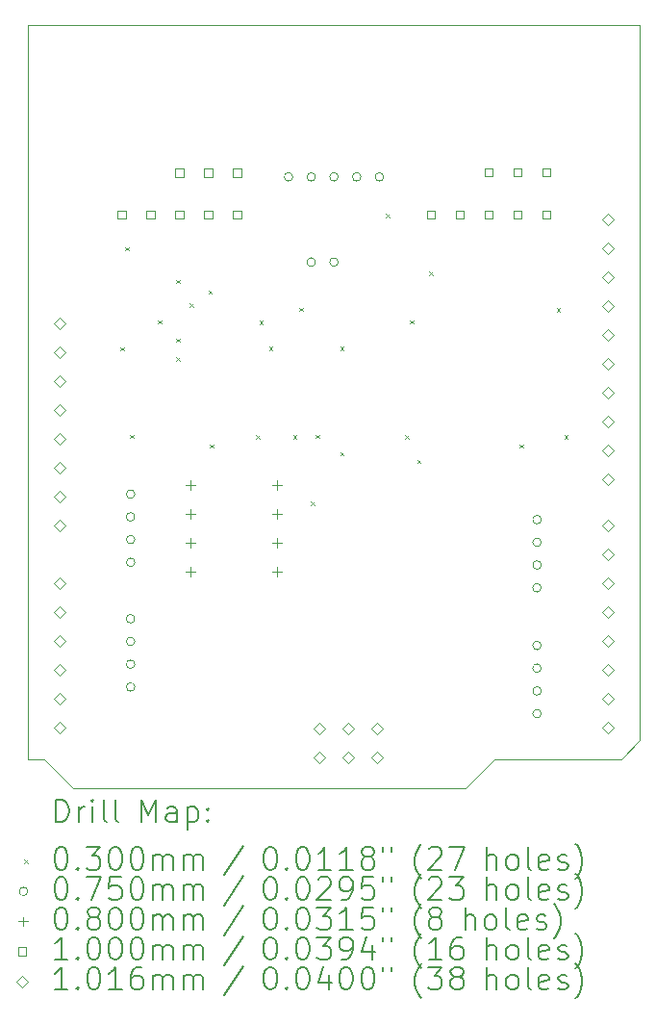
<source format=gbr>
%TF.GenerationSoftware,KiCad,Pcbnew,7.0.0*%
%TF.CreationDate,2023-03-02T16:39:19-08:00*%
%TF.ProjectId,KYBERNETES-CHASSIS-SHIELD,4b594245-524e-4455-9445-532d43484153,rev?*%
%TF.SameCoordinates,Original*%
%TF.FileFunction,Drillmap*%
%TF.FilePolarity,Positive*%
%FSLAX45Y45*%
G04 Gerber Fmt 4.5, Leading zero omitted, Abs format (unit mm)*
G04 Created by KiCad (PCBNEW 7.0.0) date 2023-03-02 16:39:19*
%MOMM*%
%LPD*%
G01*
G04 APERTURE LIST*
%ADD10C,0.100000*%
%ADD11C,0.200000*%
%ADD12C,0.030000*%
%ADD13C,0.075000*%
%ADD14C,0.080000*%
%ADD15C,0.101600*%
G04 APERTURE END LIST*
D10*
X17872500Y-12752500D02*
X17707500Y-12917500D01*
X12867500Y-13157500D02*
X12627500Y-12917500D01*
X17872500Y-7325000D02*
X17872500Y-12752500D01*
X16335000Y-13172500D02*
X12882500Y-13172500D01*
X12487500Y-6461000D02*
X17872500Y-6461000D01*
X17707500Y-12917500D02*
X16590000Y-12917500D01*
X12882500Y-13172500D02*
X12867500Y-13157500D01*
X16590000Y-12917500D02*
X16335000Y-13172500D01*
X12627500Y-12917500D02*
X12487500Y-12917500D01*
X12487500Y-7325000D02*
X12487500Y-6461000D01*
X17872500Y-6461000D02*
X17872500Y-7325000D01*
X12487500Y-7325000D02*
X12487500Y-12917500D01*
D11*
D12*
X13297500Y-9292500D02*
X13327500Y-9322500D01*
X13327500Y-9292500D02*
X13297500Y-9322500D01*
X13340000Y-8412500D02*
X13370000Y-8442500D01*
X13370000Y-8412500D02*
X13340000Y-8442500D01*
X13382500Y-10065000D02*
X13412500Y-10095000D01*
X13412500Y-10065000D02*
X13382500Y-10095000D01*
X13629000Y-9057000D02*
X13659000Y-9087000D01*
X13659000Y-9057000D02*
X13629000Y-9087000D01*
X13787500Y-9217500D02*
X13817500Y-9247500D01*
X13817500Y-9217500D02*
X13787500Y-9247500D01*
X13787500Y-9380000D02*
X13817500Y-9410000D01*
X13817500Y-9380000D02*
X13787500Y-9410000D01*
X13790000Y-8700000D02*
X13820000Y-8730000D01*
X13820000Y-8700000D02*
X13790000Y-8730000D01*
X13910000Y-8910000D02*
X13940000Y-8940000D01*
X13940000Y-8910000D02*
X13910000Y-8940000D01*
X14072500Y-8795000D02*
X14102500Y-8825000D01*
X14102500Y-8795000D02*
X14072500Y-8825000D01*
X14087500Y-10147500D02*
X14117500Y-10177500D01*
X14117500Y-10147500D02*
X14087500Y-10177500D01*
X14490000Y-10067500D02*
X14520000Y-10097500D01*
X14520000Y-10067500D02*
X14490000Y-10097500D01*
X14522500Y-9060000D02*
X14552500Y-9090000D01*
X14552500Y-9060000D02*
X14522500Y-9090000D01*
X14605000Y-9290000D02*
X14635000Y-9320000D01*
X14635000Y-9290000D02*
X14605000Y-9320000D01*
X14817500Y-10067500D02*
X14847500Y-10097500D01*
X14847500Y-10067500D02*
X14817500Y-10097500D01*
X14875000Y-8945000D02*
X14905000Y-8975000D01*
X14905000Y-8945000D02*
X14875000Y-8975000D01*
X14975000Y-10652500D02*
X15005000Y-10682500D01*
X15005000Y-10652500D02*
X14975000Y-10682500D01*
X15017500Y-10065000D02*
X15047500Y-10095000D01*
X15047500Y-10065000D02*
X15017500Y-10095000D01*
X15232500Y-9290000D02*
X15262500Y-9320000D01*
X15262500Y-9290000D02*
X15232500Y-9320000D01*
X15232500Y-10215000D02*
X15262500Y-10245000D01*
X15262500Y-10215000D02*
X15232500Y-10245000D01*
X15637125Y-8122125D02*
X15667125Y-8152125D01*
X15667125Y-8122125D02*
X15637125Y-8152125D01*
X15805000Y-10067500D02*
X15835000Y-10097500D01*
X15835000Y-10067500D02*
X15805000Y-10097500D01*
X15845000Y-9057500D02*
X15875000Y-9087500D01*
X15875000Y-9057500D02*
X15845000Y-9087500D01*
X15910000Y-10282500D02*
X15940000Y-10312500D01*
X15940000Y-10282500D02*
X15910000Y-10312500D01*
X16015000Y-8628000D02*
X16045000Y-8658000D01*
X16045000Y-8628000D02*
X16015000Y-8658000D01*
X16810000Y-10147500D02*
X16840000Y-10177500D01*
X16840000Y-10147500D02*
X16810000Y-10177500D01*
X17137500Y-8950000D02*
X17167500Y-8980000D01*
X17167500Y-8950000D02*
X17137500Y-8980000D01*
X17207500Y-10067500D02*
X17237500Y-10097500D01*
X17237500Y-10067500D02*
X17207500Y-10097500D01*
D13*
X13425000Y-10586000D02*
G75*
G03*
X13425000Y-10586000I-37500J0D01*
G01*
X13425000Y-10786000D02*
G75*
G03*
X13425000Y-10786000I-37500J0D01*
G01*
X13425000Y-10986000D02*
G75*
G03*
X13425000Y-10986000I-37500J0D01*
G01*
X13425000Y-11186000D02*
G75*
G03*
X13425000Y-11186000I-37500J0D01*
G01*
X13425000Y-11682500D02*
G75*
G03*
X13425000Y-11682500I-37500J0D01*
G01*
X13425000Y-11882500D02*
G75*
G03*
X13425000Y-11882500I-37500J0D01*
G01*
X13425000Y-12082500D02*
G75*
G03*
X13425000Y-12082500I-37500J0D01*
G01*
X13425000Y-12282500D02*
G75*
G03*
X13425000Y-12282500I-37500J0D01*
G01*
X14815000Y-7795000D02*
G75*
G03*
X14815000Y-7795000I-37500J0D01*
G01*
X15015000Y-7795000D02*
G75*
G03*
X15015000Y-7795000I-37500J0D01*
G01*
X15015000Y-8545000D02*
G75*
G03*
X15015000Y-8545000I-37500J0D01*
G01*
X15215000Y-7795000D02*
G75*
G03*
X15215000Y-7795000I-37500J0D01*
G01*
X15215000Y-8545000D02*
G75*
G03*
X15215000Y-8545000I-37500J0D01*
G01*
X15415000Y-7795000D02*
G75*
G03*
X15415000Y-7795000I-37500J0D01*
G01*
X15615000Y-7795000D02*
G75*
G03*
X15615000Y-7795000I-37500J0D01*
G01*
X17002500Y-10810000D02*
G75*
G03*
X17002500Y-10810000I-37500J0D01*
G01*
X17002500Y-11010000D02*
G75*
G03*
X17002500Y-11010000I-37500J0D01*
G01*
X17002500Y-11210000D02*
G75*
G03*
X17002500Y-11210000I-37500J0D01*
G01*
X17002500Y-11410000D02*
G75*
G03*
X17002500Y-11410000I-37500J0D01*
G01*
X17002500Y-11917500D02*
G75*
G03*
X17002500Y-11917500I-37500J0D01*
G01*
X17002500Y-12117500D02*
G75*
G03*
X17002500Y-12117500I-37500J0D01*
G01*
X17002500Y-12317500D02*
G75*
G03*
X17002500Y-12317500I-37500J0D01*
G01*
X17002500Y-12517500D02*
G75*
G03*
X17002500Y-12517500I-37500J0D01*
G01*
D14*
X13913000Y-10465500D02*
X13913000Y-10545500D01*
X13873000Y-10505500D02*
X13953000Y-10505500D01*
X13913000Y-10719500D02*
X13913000Y-10799500D01*
X13873000Y-10759500D02*
X13953000Y-10759500D01*
X13913000Y-10973500D02*
X13913000Y-11053500D01*
X13873000Y-11013500D02*
X13953000Y-11013500D01*
X13913000Y-11227500D02*
X13913000Y-11307500D01*
X13873000Y-11267500D02*
X13953000Y-11267500D01*
X14675000Y-10465500D02*
X14675000Y-10545500D01*
X14635000Y-10505500D02*
X14715000Y-10505500D01*
X14675000Y-10719500D02*
X14675000Y-10799500D01*
X14635000Y-10759500D02*
X14715000Y-10759500D01*
X14675000Y-10973500D02*
X14675000Y-11053500D01*
X14635000Y-11013500D02*
X14715000Y-11013500D01*
X14675000Y-11227500D02*
X14675000Y-11307500D01*
X14635000Y-11267500D02*
X14715000Y-11267500D01*
D10*
X13344356Y-8162868D02*
X13344356Y-8092156D01*
X13273644Y-8092156D01*
X13273644Y-8162868D01*
X13344356Y-8162868D01*
X13598356Y-8162868D02*
X13598356Y-8092156D01*
X13527644Y-8092156D01*
X13527644Y-8162868D01*
X13598356Y-8162868D01*
X13852356Y-7792868D02*
X13852356Y-7722156D01*
X13781644Y-7722156D01*
X13781644Y-7792868D01*
X13852356Y-7792868D01*
X13852356Y-8162868D02*
X13852356Y-8092156D01*
X13781644Y-8092156D01*
X13781644Y-8162868D01*
X13852356Y-8162868D01*
X14106356Y-7792868D02*
X14106356Y-7722156D01*
X14035644Y-7722156D01*
X14035644Y-7792868D01*
X14106356Y-7792868D01*
X14106356Y-8162868D02*
X14106356Y-8092156D01*
X14035644Y-8092156D01*
X14035644Y-8162868D01*
X14106356Y-8162868D01*
X14360356Y-7792868D02*
X14360356Y-7722156D01*
X14289644Y-7722156D01*
X14289644Y-7792868D01*
X14360356Y-7792868D01*
X14360356Y-8162868D02*
X14360356Y-8092156D01*
X14289644Y-8092156D01*
X14289644Y-8162868D01*
X14360356Y-8162868D01*
X16066356Y-8160368D02*
X16066356Y-8089656D01*
X15995644Y-8089656D01*
X15995644Y-8160368D01*
X16066356Y-8160368D01*
X16320356Y-8160368D02*
X16320356Y-8089656D01*
X16249644Y-8089656D01*
X16249644Y-8160368D01*
X16320356Y-8160368D01*
X16573856Y-7790368D02*
X16573856Y-7719656D01*
X16503144Y-7719656D01*
X16503144Y-7790368D01*
X16573856Y-7790368D01*
X16574356Y-8160368D02*
X16574356Y-8089656D01*
X16503644Y-8089656D01*
X16503644Y-8160368D01*
X16574356Y-8160368D01*
X16827856Y-7790368D02*
X16827856Y-7719656D01*
X16757144Y-7719656D01*
X16757144Y-7790368D01*
X16827856Y-7790368D01*
X16828356Y-8160368D02*
X16828356Y-8089656D01*
X16757644Y-8089656D01*
X16757644Y-8160368D01*
X16828356Y-8160368D01*
X17081856Y-7790368D02*
X17081856Y-7719656D01*
X17011144Y-7719656D01*
X17011144Y-7790368D01*
X17081856Y-7790368D01*
X17082356Y-8160368D02*
X17082356Y-8089656D01*
X17011644Y-8089656D01*
X17011644Y-8160368D01*
X17082356Y-8160368D01*
D15*
X12767000Y-9132788D02*
X12817800Y-9081988D01*
X12767000Y-9031188D01*
X12716200Y-9081988D01*
X12767000Y-9132788D01*
X12767000Y-9386788D02*
X12817800Y-9335988D01*
X12767000Y-9285188D01*
X12716200Y-9335988D01*
X12767000Y-9386788D01*
X12767000Y-9640788D02*
X12817800Y-9589988D01*
X12767000Y-9539188D01*
X12716200Y-9589988D01*
X12767000Y-9640788D01*
X12767000Y-9894788D02*
X12817800Y-9843988D01*
X12767000Y-9793188D01*
X12716200Y-9843988D01*
X12767000Y-9894788D01*
X12767000Y-10148788D02*
X12817800Y-10097988D01*
X12767000Y-10047188D01*
X12716200Y-10097988D01*
X12767000Y-10148788D01*
X12767000Y-10402788D02*
X12817800Y-10351988D01*
X12767000Y-10301188D01*
X12716200Y-10351988D01*
X12767000Y-10402788D01*
X12767000Y-10656788D02*
X12817800Y-10605988D01*
X12767000Y-10555188D01*
X12716200Y-10605988D01*
X12767000Y-10656788D01*
X12767000Y-10910788D02*
X12817800Y-10859988D01*
X12767000Y-10809188D01*
X12716200Y-10859988D01*
X12767000Y-10910788D01*
X12767000Y-11418788D02*
X12817800Y-11367988D01*
X12767000Y-11317188D01*
X12716200Y-11367988D01*
X12767000Y-11418788D01*
X12767000Y-11672788D02*
X12817800Y-11621988D01*
X12767000Y-11571188D01*
X12716200Y-11621988D01*
X12767000Y-11672788D01*
X12767000Y-11926788D02*
X12817800Y-11875988D01*
X12767000Y-11825188D01*
X12716200Y-11875988D01*
X12767000Y-11926788D01*
X12767000Y-12180788D02*
X12817800Y-12129988D01*
X12767000Y-12079188D01*
X12716200Y-12129988D01*
X12767000Y-12180788D01*
X12767000Y-12434788D02*
X12817800Y-12383988D01*
X12767000Y-12333188D01*
X12716200Y-12383988D01*
X12767000Y-12434788D01*
X12767000Y-12688788D02*
X12817800Y-12637988D01*
X12767000Y-12587188D01*
X12716200Y-12637988D01*
X12767000Y-12688788D01*
X15053000Y-12701488D02*
X15103800Y-12650688D01*
X15053000Y-12599888D01*
X15002200Y-12650688D01*
X15053000Y-12701488D01*
X15053000Y-12955488D02*
X15103800Y-12904688D01*
X15053000Y-12853888D01*
X15002200Y-12904688D01*
X15053000Y-12955488D01*
X15307000Y-12701488D02*
X15357800Y-12650688D01*
X15307000Y-12599888D01*
X15256200Y-12650688D01*
X15307000Y-12701488D01*
X15307000Y-12955488D02*
X15357800Y-12904688D01*
X15307000Y-12853888D01*
X15256200Y-12904688D01*
X15307000Y-12955488D01*
X15561000Y-12701488D02*
X15611800Y-12650688D01*
X15561000Y-12599888D01*
X15510200Y-12650688D01*
X15561000Y-12701488D01*
X15561000Y-12955488D02*
X15611800Y-12904688D01*
X15561000Y-12853888D01*
X15510200Y-12904688D01*
X15561000Y-12955488D01*
X17593000Y-8218388D02*
X17643800Y-8167588D01*
X17593000Y-8116788D01*
X17542200Y-8167588D01*
X17593000Y-8218388D01*
X17593000Y-8472388D02*
X17643800Y-8421588D01*
X17593000Y-8370788D01*
X17542200Y-8421588D01*
X17593000Y-8472388D01*
X17593000Y-8726388D02*
X17643800Y-8675588D01*
X17593000Y-8624788D01*
X17542200Y-8675588D01*
X17593000Y-8726388D01*
X17593000Y-8980388D02*
X17643800Y-8929588D01*
X17593000Y-8878788D01*
X17542200Y-8929588D01*
X17593000Y-8980388D01*
X17593000Y-9234388D02*
X17643800Y-9183588D01*
X17593000Y-9132788D01*
X17542200Y-9183588D01*
X17593000Y-9234388D01*
X17593000Y-9488388D02*
X17643800Y-9437588D01*
X17593000Y-9386788D01*
X17542200Y-9437588D01*
X17593000Y-9488388D01*
X17593000Y-9742388D02*
X17643800Y-9691588D01*
X17593000Y-9640788D01*
X17542200Y-9691588D01*
X17593000Y-9742388D01*
X17593000Y-9996388D02*
X17643800Y-9945588D01*
X17593000Y-9894788D01*
X17542200Y-9945588D01*
X17593000Y-9996388D01*
X17593000Y-10250388D02*
X17643800Y-10199588D01*
X17593000Y-10148788D01*
X17542200Y-10199588D01*
X17593000Y-10250388D01*
X17593000Y-10504388D02*
X17643800Y-10453588D01*
X17593000Y-10402788D01*
X17542200Y-10453588D01*
X17593000Y-10504388D01*
X17593000Y-10910788D02*
X17643800Y-10859988D01*
X17593000Y-10809188D01*
X17542200Y-10859988D01*
X17593000Y-10910788D01*
X17593000Y-11164788D02*
X17643800Y-11113988D01*
X17593000Y-11063188D01*
X17542200Y-11113988D01*
X17593000Y-11164788D01*
X17593000Y-11418788D02*
X17643800Y-11367988D01*
X17593000Y-11317188D01*
X17542200Y-11367988D01*
X17593000Y-11418788D01*
X17593000Y-11672788D02*
X17643800Y-11621988D01*
X17593000Y-11571188D01*
X17542200Y-11621988D01*
X17593000Y-11672788D01*
X17593000Y-11926788D02*
X17643800Y-11875988D01*
X17593000Y-11825188D01*
X17542200Y-11875988D01*
X17593000Y-11926788D01*
X17593000Y-12180788D02*
X17643800Y-12129988D01*
X17593000Y-12079188D01*
X17542200Y-12129988D01*
X17593000Y-12180788D01*
X17593000Y-12434788D02*
X17643800Y-12383988D01*
X17593000Y-12333188D01*
X17542200Y-12383988D01*
X17593000Y-12434788D01*
X17593000Y-12688788D02*
X17643800Y-12637988D01*
X17593000Y-12587188D01*
X17542200Y-12637988D01*
X17593000Y-12688788D01*
D11*
X12730119Y-13470976D02*
X12730119Y-13270976D01*
X12730119Y-13270976D02*
X12777738Y-13270976D01*
X12777738Y-13270976D02*
X12806309Y-13280500D01*
X12806309Y-13280500D02*
X12825357Y-13299548D01*
X12825357Y-13299548D02*
X12834881Y-13318595D01*
X12834881Y-13318595D02*
X12844405Y-13356690D01*
X12844405Y-13356690D02*
X12844405Y-13385262D01*
X12844405Y-13385262D02*
X12834881Y-13423357D01*
X12834881Y-13423357D02*
X12825357Y-13442405D01*
X12825357Y-13442405D02*
X12806309Y-13461452D01*
X12806309Y-13461452D02*
X12777738Y-13470976D01*
X12777738Y-13470976D02*
X12730119Y-13470976D01*
X12930119Y-13470976D02*
X12930119Y-13337643D01*
X12930119Y-13375738D02*
X12939643Y-13356690D01*
X12939643Y-13356690D02*
X12949167Y-13347167D01*
X12949167Y-13347167D02*
X12968214Y-13337643D01*
X12968214Y-13337643D02*
X12987262Y-13337643D01*
X13053928Y-13470976D02*
X13053928Y-13337643D01*
X13053928Y-13270976D02*
X13044405Y-13280500D01*
X13044405Y-13280500D02*
X13053928Y-13290024D01*
X13053928Y-13290024D02*
X13063452Y-13280500D01*
X13063452Y-13280500D02*
X13053928Y-13270976D01*
X13053928Y-13270976D02*
X13053928Y-13290024D01*
X13177738Y-13470976D02*
X13158690Y-13461452D01*
X13158690Y-13461452D02*
X13149167Y-13442405D01*
X13149167Y-13442405D02*
X13149167Y-13270976D01*
X13282500Y-13470976D02*
X13263452Y-13461452D01*
X13263452Y-13461452D02*
X13253928Y-13442405D01*
X13253928Y-13442405D02*
X13253928Y-13270976D01*
X13478690Y-13470976D02*
X13478690Y-13270976D01*
X13478690Y-13270976D02*
X13545357Y-13413833D01*
X13545357Y-13413833D02*
X13612024Y-13270976D01*
X13612024Y-13270976D02*
X13612024Y-13470976D01*
X13792976Y-13470976D02*
X13792976Y-13366214D01*
X13792976Y-13366214D02*
X13783452Y-13347167D01*
X13783452Y-13347167D02*
X13764405Y-13337643D01*
X13764405Y-13337643D02*
X13726309Y-13337643D01*
X13726309Y-13337643D02*
X13707262Y-13347167D01*
X13792976Y-13461452D02*
X13773928Y-13470976D01*
X13773928Y-13470976D02*
X13726309Y-13470976D01*
X13726309Y-13470976D02*
X13707262Y-13461452D01*
X13707262Y-13461452D02*
X13697738Y-13442405D01*
X13697738Y-13442405D02*
X13697738Y-13423357D01*
X13697738Y-13423357D02*
X13707262Y-13404309D01*
X13707262Y-13404309D02*
X13726309Y-13394786D01*
X13726309Y-13394786D02*
X13773928Y-13394786D01*
X13773928Y-13394786D02*
X13792976Y-13385262D01*
X13888214Y-13337643D02*
X13888214Y-13537643D01*
X13888214Y-13347167D02*
X13907262Y-13337643D01*
X13907262Y-13337643D02*
X13945357Y-13337643D01*
X13945357Y-13337643D02*
X13964405Y-13347167D01*
X13964405Y-13347167D02*
X13973928Y-13356690D01*
X13973928Y-13356690D02*
X13983452Y-13375738D01*
X13983452Y-13375738D02*
X13983452Y-13432881D01*
X13983452Y-13432881D02*
X13973928Y-13451928D01*
X13973928Y-13451928D02*
X13964405Y-13461452D01*
X13964405Y-13461452D02*
X13945357Y-13470976D01*
X13945357Y-13470976D02*
X13907262Y-13470976D01*
X13907262Y-13470976D02*
X13888214Y-13461452D01*
X14069167Y-13451928D02*
X14078690Y-13461452D01*
X14078690Y-13461452D02*
X14069167Y-13470976D01*
X14069167Y-13470976D02*
X14059643Y-13461452D01*
X14059643Y-13461452D02*
X14069167Y-13451928D01*
X14069167Y-13451928D02*
X14069167Y-13470976D01*
X14069167Y-13347167D02*
X14078690Y-13356690D01*
X14078690Y-13356690D02*
X14069167Y-13366214D01*
X14069167Y-13366214D02*
X14059643Y-13356690D01*
X14059643Y-13356690D02*
X14069167Y-13347167D01*
X14069167Y-13347167D02*
X14069167Y-13366214D01*
D12*
X12452500Y-13802500D02*
X12482500Y-13832500D01*
X12482500Y-13802500D02*
X12452500Y-13832500D01*
D11*
X12768214Y-13690976D02*
X12787262Y-13690976D01*
X12787262Y-13690976D02*
X12806309Y-13700500D01*
X12806309Y-13700500D02*
X12815833Y-13710024D01*
X12815833Y-13710024D02*
X12825357Y-13729071D01*
X12825357Y-13729071D02*
X12834881Y-13767167D01*
X12834881Y-13767167D02*
X12834881Y-13814786D01*
X12834881Y-13814786D02*
X12825357Y-13852881D01*
X12825357Y-13852881D02*
X12815833Y-13871928D01*
X12815833Y-13871928D02*
X12806309Y-13881452D01*
X12806309Y-13881452D02*
X12787262Y-13890976D01*
X12787262Y-13890976D02*
X12768214Y-13890976D01*
X12768214Y-13890976D02*
X12749167Y-13881452D01*
X12749167Y-13881452D02*
X12739643Y-13871928D01*
X12739643Y-13871928D02*
X12730119Y-13852881D01*
X12730119Y-13852881D02*
X12720595Y-13814786D01*
X12720595Y-13814786D02*
X12720595Y-13767167D01*
X12720595Y-13767167D02*
X12730119Y-13729071D01*
X12730119Y-13729071D02*
X12739643Y-13710024D01*
X12739643Y-13710024D02*
X12749167Y-13700500D01*
X12749167Y-13700500D02*
X12768214Y-13690976D01*
X12920595Y-13871928D02*
X12930119Y-13881452D01*
X12930119Y-13881452D02*
X12920595Y-13890976D01*
X12920595Y-13890976D02*
X12911071Y-13881452D01*
X12911071Y-13881452D02*
X12920595Y-13871928D01*
X12920595Y-13871928D02*
X12920595Y-13890976D01*
X12996786Y-13690976D02*
X13120595Y-13690976D01*
X13120595Y-13690976D02*
X13053928Y-13767167D01*
X13053928Y-13767167D02*
X13082500Y-13767167D01*
X13082500Y-13767167D02*
X13101548Y-13776690D01*
X13101548Y-13776690D02*
X13111071Y-13786214D01*
X13111071Y-13786214D02*
X13120595Y-13805262D01*
X13120595Y-13805262D02*
X13120595Y-13852881D01*
X13120595Y-13852881D02*
X13111071Y-13871928D01*
X13111071Y-13871928D02*
X13101548Y-13881452D01*
X13101548Y-13881452D02*
X13082500Y-13890976D01*
X13082500Y-13890976D02*
X13025357Y-13890976D01*
X13025357Y-13890976D02*
X13006309Y-13881452D01*
X13006309Y-13881452D02*
X12996786Y-13871928D01*
X13244405Y-13690976D02*
X13263452Y-13690976D01*
X13263452Y-13690976D02*
X13282500Y-13700500D01*
X13282500Y-13700500D02*
X13292024Y-13710024D01*
X13292024Y-13710024D02*
X13301548Y-13729071D01*
X13301548Y-13729071D02*
X13311071Y-13767167D01*
X13311071Y-13767167D02*
X13311071Y-13814786D01*
X13311071Y-13814786D02*
X13301548Y-13852881D01*
X13301548Y-13852881D02*
X13292024Y-13871928D01*
X13292024Y-13871928D02*
X13282500Y-13881452D01*
X13282500Y-13881452D02*
X13263452Y-13890976D01*
X13263452Y-13890976D02*
X13244405Y-13890976D01*
X13244405Y-13890976D02*
X13225357Y-13881452D01*
X13225357Y-13881452D02*
X13215833Y-13871928D01*
X13215833Y-13871928D02*
X13206309Y-13852881D01*
X13206309Y-13852881D02*
X13196786Y-13814786D01*
X13196786Y-13814786D02*
X13196786Y-13767167D01*
X13196786Y-13767167D02*
X13206309Y-13729071D01*
X13206309Y-13729071D02*
X13215833Y-13710024D01*
X13215833Y-13710024D02*
X13225357Y-13700500D01*
X13225357Y-13700500D02*
X13244405Y-13690976D01*
X13434881Y-13690976D02*
X13453929Y-13690976D01*
X13453929Y-13690976D02*
X13472976Y-13700500D01*
X13472976Y-13700500D02*
X13482500Y-13710024D01*
X13482500Y-13710024D02*
X13492024Y-13729071D01*
X13492024Y-13729071D02*
X13501548Y-13767167D01*
X13501548Y-13767167D02*
X13501548Y-13814786D01*
X13501548Y-13814786D02*
X13492024Y-13852881D01*
X13492024Y-13852881D02*
X13482500Y-13871928D01*
X13482500Y-13871928D02*
X13472976Y-13881452D01*
X13472976Y-13881452D02*
X13453929Y-13890976D01*
X13453929Y-13890976D02*
X13434881Y-13890976D01*
X13434881Y-13890976D02*
X13415833Y-13881452D01*
X13415833Y-13881452D02*
X13406309Y-13871928D01*
X13406309Y-13871928D02*
X13396786Y-13852881D01*
X13396786Y-13852881D02*
X13387262Y-13814786D01*
X13387262Y-13814786D02*
X13387262Y-13767167D01*
X13387262Y-13767167D02*
X13396786Y-13729071D01*
X13396786Y-13729071D02*
X13406309Y-13710024D01*
X13406309Y-13710024D02*
X13415833Y-13700500D01*
X13415833Y-13700500D02*
X13434881Y-13690976D01*
X13587262Y-13890976D02*
X13587262Y-13757643D01*
X13587262Y-13776690D02*
X13596786Y-13767167D01*
X13596786Y-13767167D02*
X13615833Y-13757643D01*
X13615833Y-13757643D02*
X13644405Y-13757643D01*
X13644405Y-13757643D02*
X13663452Y-13767167D01*
X13663452Y-13767167D02*
X13672976Y-13786214D01*
X13672976Y-13786214D02*
X13672976Y-13890976D01*
X13672976Y-13786214D02*
X13682500Y-13767167D01*
X13682500Y-13767167D02*
X13701548Y-13757643D01*
X13701548Y-13757643D02*
X13730119Y-13757643D01*
X13730119Y-13757643D02*
X13749167Y-13767167D01*
X13749167Y-13767167D02*
X13758690Y-13786214D01*
X13758690Y-13786214D02*
X13758690Y-13890976D01*
X13853929Y-13890976D02*
X13853929Y-13757643D01*
X13853929Y-13776690D02*
X13863452Y-13767167D01*
X13863452Y-13767167D02*
X13882500Y-13757643D01*
X13882500Y-13757643D02*
X13911071Y-13757643D01*
X13911071Y-13757643D02*
X13930119Y-13767167D01*
X13930119Y-13767167D02*
X13939643Y-13786214D01*
X13939643Y-13786214D02*
X13939643Y-13890976D01*
X13939643Y-13786214D02*
X13949167Y-13767167D01*
X13949167Y-13767167D02*
X13968214Y-13757643D01*
X13968214Y-13757643D02*
X13996786Y-13757643D01*
X13996786Y-13757643D02*
X14015833Y-13767167D01*
X14015833Y-13767167D02*
X14025357Y-13786214D01*
X14025357Y-13786214D02*
X14025357Y-13890976D01*
X14383452Y-13681452D02*
X14212024Y-13938595D01*
X14608214Y-13690976D02*
X14627262Y-13690976D01*
X14627262Y-13690976D02*
X14646310Y-13700500D01*
X14646310Y-13700500D02*
X14655833Y-13710024D01*
X14655833Y-13710024D02*
X14665357Y-13729071D01*
X14665357Y-13729071D02*
X14674881Y-13767167D01*
X14674881Y-13767167D02*
X14674881Y-13814786D01*
X14674881Y-13814786D02*
X14665357Y-13852881D01*
X14665357Y-13852881D02*
X14655833Y-13871928D01*
X14655833Y-13871928D02*
X14646310Y-13881452D01*
X14646310Y-13881452D02*
X14627262Y-13890976D01*
X14627262Y-13890976D02*
X14608214Y-13890976D01*
X14608214Y-13890976D02*
X14589167Y-13881452D01*
X14589167Y-13881452D02*
X14579643Y-13871928D01*
X14579643Y-13871928D02*
X14570119Y-13852881D01*
X14570119Y-13852881D02*
X14560595Y-13814786D01*
X14560595Y-13814786D02*
X14560595Y-13767167D01*
X14560595Y-13767167D02*
X14570119Y-13729071D01*
X14570119Y-13729071D02*
X14579643Y-13710024D01*
X14579643Y-13710024D02*
X14589167Y-13700500D01*
X14589167Y-13700500D02*
X14608214Y-13690976D01*
X14760595Y-13871928D02*
X14770119Y-13881452D01*
X14770119Y-13881452D02*
X14760595Y-13890976D01*
X14760595Y-13890976D02*
X14751071Y-13881452D01*
X14751071Y-13881452D02*
X14760595Y-13871928D01*
X14760595Y-13871928D02*
X14760595Y-13890976D01*
X14893929Y-13690976D02*
X14912976Y-13690976D01*
X14912976Y-13690976D02*
X14932024Y-13700500D01*
X14932024Y-13700500D02*
X14941548Y-13710024D01*
X14941548Y-13710024D02*
X14951071Y-13729071D01*
X14951071Y-13729071D02*
X14960595Y-13767167D01*
X14960595Y-13767167D02*
X14960595Y-13814786D01*
X14960595Y-13814786D02*
X14951071Y-13852881D01*
X14951071Y-13852881D02*
X14941548Y-13871928D01*
X14941548Y-13871928D02*
X14932024Y-13881452D01*
X14932024Y-13881452D02*
X14912976Y-13890976D01*
X14912976Y-13890976D02*
X14893929Y-13890976D01*
X14893929Y-13890976D02*
X14874881Y-13881452D01*
X14874881Y-13881452D02*
X14865357Y-13871928D01*
X14865357Y-13871928D02*
X14855833Y-13852881D01*
X14855833Y-13852881D02*
X14846310Y-13814786D01*
X14846310Y-13814786D02*
X14846310Y-13767167D01*
X14846310Y-13767167D02*
X14855833Y-13729071D01*
X14855833Y-13729071D02*
X14865357Y-13710024D01*
X14865357Y-13710024D02*
X14874881Y-13700500D01*
X14874881Y-13700500D02*
X14893929Y-13690976D01*
X15151071Y-13890976D02*
X15036786Y-13890976D01*
X15093929Y-13890976D02*
X15093929Y-13690976D01*
X15093929Y-13690976D02*
X15074881Y-13719548D01*
X15074881Y-13719548D02*
X15055833Y-13738595D01*
X15055833Y-13738595D02*
X15036786Y-13748119D01*
X15341548Y-13890976D02*
X15227262Y-13890976D01*
X15284405Y-13890976D02*
X15284405Y-13690976D01*
X15284405Y-13690976D02*
X15265357Y-13719548D01*
X15265357Y-13719548D02*
X15246310Y-13738595D01*
X15246310Y-13738595D02*
X15227262Y-13748119D01*
X15455833Y-13776690D02*
X15436786Y-13767167D01*
X15436786Y-13767167D02*
X15427262Y-13757643D01*
X15427262Y-13757643D02*
X15417738Y-13738595D01*
X15417738Y-13738595D02*
X15417738Y-13729071D01*
X15417738Y-13729071D02*
X15427262Y-13710024D01*
X15427262Y-13710024D02*
X15436786Y-13700500D01*
X15436786Y-13700500D02*
X15455833Y-13690976D01*
X15455833Y-13690976D02*
X15493929Y-13690976D01*
X15493929Y-13690976D02*
X15512976Y-13700500D01*
X15512976Y-13700500D02*
X15522500Y-13710024D01*
X15522500Y-13710024D02*
X15532024Y-13729071D01*
X15532024Y-13729071D02*
X15532024Y-13738595D01*
X15532024Y-13738595D02*
X15522500Y-13757643D01*
X15522500Y-13757643D02*
X15512976Y-13767167D01*
X15512976Y-13767167D02*
X15493929Y-13776690D01*
X15493929Y-13776690D02*
X15455833Y-13776690D01*
X15455833Y-13776690D02*
X15436786Y-13786214D01*
X15436786Y-13786214D02*
X15427262Y-13795738D01*
X15427262Y-13795738D02*
X15417738Y-13814786D01*
X15417738Y-13814786D02*
X15417738Y-13852881D01*
X15417738Y-13852881D02*
X15427262Y-13871928D01*
X15427262Y-13871928D02*
X15436786Y-13881452D01*
X15436786Y-13881452D02*
X15455833Y-13890976D01*
X15455833Y-13890976D02*
X15493929Y-13890976D01*
X15493929Y-13890976D02*
X15512976Y-13881452D01*
X15512976Y-13881452D02*
X15522500Y-13871928D01*
X15522500Y-13871928D02*
X15532024Y-13852881D01*
X15532024Y-13852881D02*
X15532024Y-13814786D01*
X15532024Y-13814786D02*
X15522500Y-13795738D01*
X15522500Y-13795738D02*
X15512976Y-13786214D01*
X15512976Y-13786214D02*
X15493929Y-13776690D01*
X15608214Y-13690976D02*
X15608214Y-13729071D01*
X15684405Y-13690976D02*
X15684405Y-13729071D01*
X15947262Y-13967167D02*
X15937738Y-13957643D01*
X15937738Y-13957643D02*
X15918691Y-13929071D01*
X15918691Y-13929071D02*
X15909167Y-13910024D01*
X15909167Y-13910024D02*
X15899643Y-13881452D01*
X15899643Y-13881452D02*
X15890119Y-13833833D01*
X15890119Y-13833833D02*
X15890119Y-13795738D01*
X15890119Y-13795738D02*
X15899643Y-13748119D01*
X15899643Y-13748119D02*
X15909167Y-13719548D01*
X15909167Y-13719548D02*
X15918691Y-13700500D01*
X15918691Y-13700500D02*
X15937738Y-13671928D01*
X15937738Y-13671928D02*
X15947262Y-13662405D01*
X16013929Y-13710024D02*
X16023452Y-13700500D01*
X16023452Y-13700500D02*
X16042500Y-13690976D01*
X16042500Y-13690976D02*
X16090119Y-13690976D01*
X16090119Y-13690976D02*
X16109167Y-13700500D01*
X16109167Y-13700500D02*
X16118691Y-13710024D01*
X16118691Y-13710024D02*
X16128214Y-13729071D01*
X16128214Y-13729071D02*
X16128214Y-13748119D01*
X16128214Y-13748119D02*
X16118691Y-13776690D01*
X16118691Y-13776690D02*
X16004405Y-13890976D01*
X16004405Y-13890976D02*
X16128214Y-13890976D01*
X16194881Y-13690976D02*
X16328214Y-13690976D01*
X16328214Y-13690976D02*
X16242500Y-13890976D01*
X16524405Y-13890976D02*
X16524405Y-13690976D01*
X16610119Y-13890976D02*
X16610119Y-13786214D01*
X16610119Y-13786214D02*
X16600595Y-13767167D01*
X16600595Y-13767167D02*
X16581548Y-13757643D01*
X16581548Y-13757643D02*
X16552976Y-13757643D01*
X16552976Y-13757643D02*
X16533929Y-13767167D01*
X16533929Y-13767167D02*
X16524405Y-13776690D01*
X16733929Y-13890976D02*
X16714881Y-13881452D01*
X16714881Y-13881452D02*
X16705357Y-13871928D01*
X16705357Y-13871928D02*
X16695833Y-13852881D01*
X16695833Y-13852881D02*
X16695833Y-13795738D01*
X16695833Y-13795738D02*
X16705357Y-13776690D01*
X16705357Y-13776690D02*
X16714881Y-13767167D01*
X16714881Y-13767167D02*
X16733929Y-13757643D01*
X16733929Y-13757643D02*
X16762500Y-13757643D01*
X16762500Y-13757643D02*
X16781548Y-13767167D01*
X16781548Y-13767167D02*
X16791072Y-13776690D01*
X16791072Y-13776690D02*
X16800595Y-13795738D01*
X16800595Y-13795738D02*
X16800595Y-13852881D01*
X16800595Y-13852881D02*
X16791072Y-13871928D01*
X16791072Y-13871928D02*
X16781548Y-13881452D01*
X16781548Y-13881452D02*
X16762500Y-13890976D01*
X16762500Y-13890976D02*
X16733929Y-13890976D01*
X16914881Y-13890976D02*
X16895834Y-13881452D01*
X16895834Y-13881452D02*
X16886310Y-13862405D01*
X16886310Y-13862405D02*
X16886310Y-13690976D01*
X17067262Y-13881452D02*
X17048215Y-13890976D01*
X17048215Y-13890976D02*
X17010119Y-13890976D01*
X17010119Y-13890976D02*
X16991072Y-13881452D01*
X16991072Y-13881452D02*
X16981548Y-13862405D01*
X16981548Y-13862405D02*
X16981548Y-13786214D01*
X16981548Y-13786214D02*
X16991072Y-13767167D01*
X16991072Y-13767167D02*
X17010119Y-13757643D01*
X17010119Y-13757643D02*
X17048215Y-13757643D01*
X17048215Y-13757643D02*
X17067262Y-13767167D01*
X17067262Y-13767167D02*
X17076786Y-13786214D01*
X17076786Y-13786214D02*
X17076786Y-13805262D01*
X17076786Y-13805262D02*
X16981548Y-13824309D01*
X17152976Y-13881452D02*
X17172024Y-13890976D01*
X17172024Y-13890976D02*
X17210119Y-13890976D01*
X17210119Y-13890976D02*
X17229167Y-13881452D01*
X17229167Y-13881452D02*
X17238691Y-13862405D01*
X17238691Y-13862405D02*
X17238691Y-13852881D01*
X17238691Y-13852881D02*
X17229167Y-13833833D01*
X17229167Y-13833833D02*
X17210119Y-13824309D01*
X17210119Y-13824309D02*
X17181548Y-13824309D01*
X17181548Y-13824309D02*
X17162500Y-13814786D01*
X17162500Y-13814786D02*
X17152976Y-13795738D01*
X17152976Y-13795738D02*
X17152976Y-13786214D01*
X17152976Y-13786214D02*
X17162500Y-13767167D01*
X17162500Y-13767167D02*
X17181548Y-13757643D01*
X17181548Y-13757643D02*
X17210119Y-13757643D01*
X17210119Y-13757643D02*
X17229167Y-13767167D01*
X17305357Y-13967167D02*
X17314881Y-13957643D01*
X17314881Y-13957643D02*
X17333929Y-13929071D01*
X17333929Y-13929071D02*
X17343453Y-13910024D01*
X17343453Y-13910024D02*
X17352976Y-13881452D01*
X17352976Y-13881452D02*
X17362500Y-13833833D01*
X17362500Y-13833833D02*
X17362500Y-13795738D01*
X17362500Y-13795738D02*
X17352976Y-13748119D01*
X17352976Y-13748119D02*
X17343453Y-13719548D01*
X17343453Y-13719548D02*
X17333929Y-13700500D01*
X17333929Y-13700500D02*
X17314881Y-13671928D01*
X17314881Y-13671928D02*
X17305357Y-13662405D01*
D13*
X12482500Y-14081500D02*
G75*
G03*
X12482500Y-14081500I-37500J0D01*
G01*
D11*
X12768214Y-13954976D02*
X12787262Y-13954976D01*
X12787262Y-13954976D02*
X12806309Y-13964500D01*
X12806309Y-13964500D02*
X12815833Y-13974024D01*
X12815833Y-13974024D02*
X12825357Y-13993071D01*
X12825357Y-13993071D02*
X12834881Y-14031167D01*
X12834881Y-14031167D02*
X12834881Y-14078786D01*
X12834881Y-14078786D02*
X12825357Y-14116881D01*
X12825357Y-14116881D02*
X12815833Y-14135928D01*
X12815833Y-14135928D02*
X12806309Y-14145452D01*
X12806309Y-14145452D02*
X12787262Y-14154976D01*
X12787262Y-14154976D02*
X12768214Y-14154976D01*
X12768214Y-14154976D02*
X12749167Y-14145452D01*
X12749167Y-14145452D02*
X12739643Y-14135928D01*
X12739643Y-14135928D02*
X12730119Y-14116881D01*
X12730119Y-14116881D02*
X12720595Y-14078786D01*
X12720595Y-14078786D02*
X12720595Y-14031167D01*
X12720595Y-14031167D02*
X12730119Y-13993071D01*
X12730119Y-13993071D02*
X12739643Y-13974024D01*
X12739643Y-13974024D02*
X12749167Y-13964500D01*
X12749167Y-13964500D02*
X12768214Y-13954976D01*
X12920595Y-14135928D02*
X12930119Y-14145452D01*
X12930119Y-14145452D02*
X12920595Y-14154976D01*
X12920595Y-14154976D02*
X12911071Y-14145452D01*
X12911071Y-14145452D02*
X12920595Y-14135928D01*
X12920595Y-14135928D02*
X12920595Y-14154976D01*
X12996786Y-13954976D02*
X13130119Y-13954976D01*
X13130119Y-13954976D02*
X13044405Y-14154976D01*
X13301548Y-13954976D02*
X13206309Y-13954976D01*
X13206309Y-13954976D02*
X13196786Y-14050214D01*
X13196786Y-14050214D02*
X13206309Y-14040690D01*
X13206309Y-14040690D02*
X13225357Y-14031167D01*
X13225357Y-14031167D02*
X13272976Y-14031167D01*
X13272976Y-14031167D02*
X13292024Y-14040690D01*
X13292024Y-14040690D02*
X13301548Y-14050214D01*
X13301548Y-14050214D02*
X13311071Y-14069262D01*
X13311071Y-14069262D02*
X13311071Y-14116881D01*
X13311071Y-14116881D02*
X13301548Y-14135928D01*
X13301548Y-14135928D02*
X13292024Y-14145452D01*
X13292024Y-14145452D02*
X13272976Y-14154976D01*
X13272976Y-14154976D02*
X13225357Y-14154976D01*
X13225357Y-14154976D02*
X13206309Y-14145452D01*
X13206309Y-14145452D02*
X13196786Y-14135928D01*
X13434881Y-13954976D02*
X13453929Y-13954976D01*
X13453929Y-13954976D02*
X13472976Y-13964500D01*
X13472976Y-13964500D02*
X13482500Y-13974024D01*
X13482500Y-13974024D02*
X13492024Y-13993071D01*
X13492024Y-13993071D02*
X13501548Y-14031167D01*
X13501548Y-14031167D02*
X13501548Y-14078786D01*
X13501548Y-14078786D02*
X13492024Y-14116881D01*
X13492024Y-14116881D02*
X13482500Y-14135928D01*
X13482500Y-14135928D02*
X13472976Y-14145452D01*
X13472976Y-14145452D02*
X13453929Y-14154976D01*
X13453929Y-14154976D02*
X13434881Y-14154976D01*
X13434881Y-14154976D02*
X13415833Y-14145452D01*
X13415833Y-14145452D02*
X13406309Y-14135928D01*
X13406309Y-14135928D02*
X13396786Y-14116881D01*
X13396786Y-14116881D02*
X13387262Y-14078786D01*
X13387262Y-14078786D02*
X13387262Y-14031167D01*
X13387262Y-14031167D02*
X13396786Y-13993071D01*
X13396786Y-13993071D02*
X13406309Y-13974024D01*
X13406309Y-13974024D02*
X13415833Y-13964500D01*
X13415833Y-13964500D02*
X13434881Y-13954976D01*
X13587262Y-14154976D02*
X13587262Y-14021643D01*
X13587262Y-14040690D02*
X13596786Y-14031167D01*
X13596786Y-14031167D02*
X13615833Y-14021643D01*
X13615833Y-14021643D02*
X13644405Y-14021643D01*
X13644405Y-14021643D02*
X13663452Y-14031167D01*
X13663452Y-14031167D02*
X13672976Y-14050214D01*
X13672976Y-14050214D02*
X13672976Y-14154976D01*
X13672976Y-14050214D02*
X13682500Y-14031167D01*
X13682500Y-14031167D02*
X13701548Y-14021643D01*
X13701548Y-14021643D02*
X13730119Y-14021643D01*
X13730119Y-14021643D02*
X13749167Y-14031167D01*
X13749167Y-14031167D02*
X13758690Y-14050214D01*
X13758690Y-14050214D02*
X13758690Y-14154976D01*
X13853929Y-14154976D02*
X13853929Y-14021643D01*
X13853929Y-14040690D02*
X13863452Y-14031167D01*
X13863452Y-14031167D02*
X13882500Y-14021643D01*
X13882500Y-14021643D02*
X13911071Y-14021643D01*
X13911071Y-14021643D02*
X13930119Y-14031167D01*
X13930119Y-14031167D02*
X13939643Y-14050214D01*
X13939643Y-14050214D02*
X13939643Y-14154976D01*
X13939643Y-14050214D02*
X13949167Y-14031167D01*
X13949167Y-14031167D02*
X13968214Y-14021643D01*
X13968214Y-14021643D02*
X13996786Y-14021643D01*
X13996786Y-14021643D02*
X14015833Y-14031167D01*
X14015833Y-14031167D02*
X14025357Y-14050214D01*
X14025357Y-14050214D02*
X14025357Y-14154976D01*
X14383452Y-13945452D02*
X14212024Y-14202595D01*
X14608214Y-13954976D02*
X14627262Y-13954976D01*
X14627262Y-13954976D02*
X14646310Y-13964500D01*
X14646310Y-13964500D02*
X14655833Y-13974024D01*
X14655833Y-13974024D02*
X14665357Y-13993071D01*
X14665357Y-13993071D02*
X14674881Y-14031167D01*
X14674881Y-14031167D02*
X14674881Y-14078786D01*
X14674881Y-14078786D02*
X14665357Y-14116881D01*
X14665357Y-14116881D02*
X14655833Y-14135928D01*
X14655833Y-14135928D02*
X14646310Y-14145452D01*
X14646310Y-14145452D02*
X14627262Y-14154976D01*
X14627262Y-14154976D02*
X14608214Y-14154976D01*
X14608214Y-14154976D02*
X14589167Y-14145452D01*
X14589167Y-14145452D02*
X14579643Y-14135928D01*
X14579643Y-14135928D02*
X14570119Y-14116881D01*
X14570119Y-14116881D02*
X14560595Y-14078786D01*
X14560595Y-14078786D02*
X14560595Y-14031167D01*
X14560595Y-14031167D02*
X14570119Y-13993071D01*
X14570119Y-13993071D02*
X14579643Y-13974024D01*
X14579643Y-13974024D02*
X14589167Y-13964500D01*
X14589167Y-13964500D02*
X14608214Y-13954976D01*
X14760595Y-14135928D02*
X14770119Y-14145452D01*
X14770119Y-14145452D02*
X14760595Y-14154976D01*
X14760595Y-14154976D02*
X14751071Y-14145452D01*
X14751071Y-14145452D02*
X14760595Y-14135928D01*
X14760595Y-14135928D02*
X14760595Y-14154976D01*
X14893929Y-13954976D02*
X14912976Y-13954976D01*
X14912976Y-13954976D02*
X14932024Y-13964500D01*
X14932024Y-13964500D02*
X14941548Y-13974024D01*
X14941548Y-13974024D02*
X14951071Y-13993071D01*
X14951071Y-13993071D02*
X14960595Y-14031167D01*
X14960595Y-14031167D02*
X14960595Y-14078786D01*
X14960595Y-14078786D02*
X14951071Y-14116881D01*
X14951071Y-14116881D02*
X14941548Y-14135928D01*
X14941548Y-14135928D02*
X14932024Y-14145452D01*
X14932024Y-14145452D02*
X14912976Y-14154976D01*
X14912976Y-14154976D02*
X14893929Y-14154976D01*
X14893929Y-14154976D02*
X14874881Y-14145452D01*
X14874881Y-14145452D02*
X14865357Y-14135928D01*
X14865357Y-14135928D02*
X14855833Y-14116881D01*
X14855833Y-14116881D02*
X14846310Y-14078786D01*
X14846310Y-14078786D02*
X14846310Y-14031167D01*
X14846310Y-14031167D02*
X14855833Y-13993071D01*
X14855833Y-13993071D02*
X14865357Y-13974024D01*
X14865357Y-13974024D02*
X14874881Y-13964500D01*
X14874881Y-13964500D02*
X14893929Y-13954976D01*
X15036786Y-13974024D02*
X15046310Y-13964500D01*
X15046310Y-13964500D02*
X15065357Y-13954976D01*
X15065357Y-13954976D02*
X15112976Y-13954976D01*
X15112976Y-13954976D02*
X15132024Y-13964500D01*
X15132024Y-13964500D02*
X15141548Y-13974024D01*
X15141548Y-13974024D02*
X15151071Y-13993071D01*
X15151071Y-13993071D02*
X15151071Y-14012119D01*
X15151071Y-14012119D02*
X15141548Y-14040690D01*
X15141548Y-14040690D02*
X15027262Y-14154976D01*
X15027262Y-14154976D02*
X15151071Y-14154976D01*
X15246310Y-14154976D02*
X15284405Y-14154976D01*
X15284405Y-14154976D02*
X15303452Y-14145452D01*
X15303452Y-14145452D02*
X15312976Y-14135928D01*
X15312976Y-14135928D02*
X15332024Y-14107357D01*
X15332024Y-14107357D02*
X15341548Y-14069262D01*
X15341548Y-14069262D02*
X15341548Y-13993071D01*
X15341548Y-13993071D02*
X15332024Y-13974024D01*
X15332024Y-13974024D02*
X15322500Y-13964500D01*
X15322500Y-13964500D02*
X15303452Y-13954976D01*
X15303452Y-13954976D02*
X15265357Y-13954976D01*
X15265357Y-13954976D02*
X15246310Y-13964500D01*
X15246310Y-13964500D02*
X15236786Y-13974024D01*
X15236786Y-13974024D02*
X15227262Y-13993071D01*
X15227262Y-13993071D02*
X15227262Y-14040690D01*
X15227262Y-14040690D02*
X15236786Y-14059738D01*
X15236786Y-14059738D02*
X15246310Y-14069262D01*
X15246310Y-14069262D02*
X15265357Y-14078786D01*
X15265357Y-14078786D02*
X15303452Y-14078786D01*
X15303452Y-14078786D02*
X15322500Y-14069262D01*
X15322500Y-14069262D02*
X15332024Y-14059738D01*
X15332024Y-14059738D02*
X15341548Y-14040690D01*
X15522500Y-13954976D02*
X15427262Y-13954976D01*
X15427262Y-13954976D02*
X15417738Y-14050214D01*
X15417738Y-14050214D02*
X15427262Y-14040690D01*
X15427262Y-14040690D02*
X15446310Y-14031167D01*
X15446310Y-14031167D02*
X15493929Y-14031167D01*
X15493929Y-14031167D02*
X15512976Y-14040690D01*
X15512976Y-14040690D02*
X15522500Y-14050214D01*
X15522500Y-14050214D02*
X15532024Y-14069262D01*
X15532024Y-14069262D02*
X15532024Y-14116881D01*
X15532024Y-14116881D02*
X15522500Y-14135928D01*
X15522500Y-14135928D02*
X15512976Y-14145452D01*
X15512976Y-14145452D02*
X15493929Y-14154976D01*
X15493929Y-14154976D02*
X15446310Y-14154976D01*
X15446310Y-14154976D02*
X15427262Y-14145452D01*
X15427262Y-14145452D02*
X15417738Y-14135928D01*
X15608214Y-13954976D02*
X15608214Y-13993071D01*
X15684405Y-13954976D02*
X15684405Y-13993071D01*
X15947262Y-14231167D02*
X15937738Y-14221643D01*
X15937738Y-14221643D02*
X15918691Y-14193071D01*
X15918691Y-14193071D02*
X15909167Y-14174024D01*
X15909167Y-14174024D02*
X15899643Y-14145452D01*
X15899643Y-14145452D02*
X15890119Y-14097833D01*
X15890119Y-14097833D02*
X15890119Y-14059738D01*
X15890119Y-14059738D02*
X15899643Y-14012119D01*
X15899643Y-14012119D02*
X15909167Y-13983548D01*
X15909167Y-13983548D02*
X15918691Y-13964500D01*
X15918691Y-13964500D02*
X15937738Y-13935928D01*
X15937738Y-13935928D02*
X15947262Y-13926405D01*
X16013929Y-13974024D02*
X16023452Y-13964500D01*
X16023452Y-13964500D02*
X16042500Y-13954976D01*
X16042500Y-13954976D02*
X16090119Y-13954976D01*
X16090119Y-13954976D02*
X16109167Y-13964500D01*
X16109167Y-13964500D02*
X16118691Y-13974024D01*
X16118691Y-13974024D02*
X16128214Y-13993071D01*
X16128214Y-13993071D02*
X16128214Y-14012119D01*
X16128214Y-14012119D02*
X16118691Y-14040690D01*
X16118691Y-14040690D02*
X16004405Y-14154976D01*
X16004405Y-14154976D02*
X16128214Y-14154976D01*
X16194881Y-13954976D02*
X16318691Y-13954976D01*
X16318691Y-13954976D02*
X16252024Y-14031167D01*
X16252024Y-14031167D02*
X16280595Y-14031167D01*
X16280595Y-14031167D02*
X16299643Y-14040690D01*
X16299643Y-14040690D02*
X16309167Y-14050214D01*
X16309167Y-14050214D02*
X16318691Y-14069262D01*
X16318691Y-14069262D02*
X16318691Y-14116881D01*
X16318691Y-14116881D02*
X16309167Y-14135928D01*
X16309167Y-14135928D02*
X16299643Y-14145452D01*
X16299643Y-14145452D02*
X16280595Y-14154976D01*
X16280595Y-14154976D02*
X16223452Y-14154976D01*
X16223452Y-14154976D02*
X16204405Y-14145452D01*
X16204405Y-14145452D02*
X16194881Y-14135928D01*
X16524405Y-14154976D02*
X16524405Y-13954976D01*
X16610119Y-14154976D02*
X16610119Y-14050214D01*
X16610119Y-14050214D02*
X16600595Y-14031167D01*
X16600595Y-14031167D02*
X16581548Y-14021643D01*
X16581548Y-14021643D02*
X16552976Y-14021643D01*
X16552976Y-14021643D02*
X16533929Y-14031167D01*
X16533929Y-14031167D02*
X16524405Y-14040690D01*
X16733929Y-14154976D02*
X16714881Y-14145452D01*
X16714881Y-14145452D02*
X16705357Y-14135928D01*
X16705357Y-14135928D02*
X16695833Y-14116881D01*
X16695833Y-14116881D02*
X16695833Y-14059738D01*
X16695833Y-14059738D02*
X16705357Y-14040690D01*
X16705357Y-14040690D02*
X16714881Y-14031167D01*
X16714881Y-14031167D02*
X16733929Y-14021643D01*
X16733929Y-14021643D02*
X16762500Y-14021643D01*
X16762500Y-14021643D02*
X16781548Y-14031167D01*
X16781548Y-14031167D02*
X16791072Y-14040690D01*
X16791072Y-14040690D02*
X16800595Y-14059738D01*
X16800595Y-14059738D02*
X16800595Y-14116881D01*
X16800595Y-14116881D02*
X16791072Y-14135928D01*
X16791072Y-14135928D02*
X16781548Y-14145452D01*
X16781548Y-14145452D02*
X16762500Y-14154976D01*
X16762500Y-14154976D02*
X16733929Y-14154976D01*
X16914881Y-14154976D02*
X16895834Y-14145452D01*
X16895834Y-14145452D02*
X16886310Y-14126405D01*
X16886310Y-14126405D02*
X16886310Y-13954976D01*
X17067262Y-14145452D02*
X17048215Y-14154976D01*
X17048215Y-14154976D02*
X17010119Y-14154976D01*
X17010119Y-14154976D02*
X16991072Y-14145452D01*
X16991072Y-14145452D02*
X16981548Y-14126405D01*
X16981548Y-14126405D02*
X16981548Y-14050214D01*
X16981548Y-14050214D02*
X16991072Y-14031167D01*
X16991072Y-14031167D02*
X17010119Y-14021643D01*
X17010119Y-14021643D02*
X17048215Y-14021643D01*
X17048215Y-14021643D02*
X17067262Y-14031167D01*
X17067262Y-14031167D02*
X17076786Y-14050214D01*
X17076786Y-14050214D02*
X17076786Y-14069262D01*
X17076786Y-14069262D02*
X16981548Y-14088309D01*
X17152976Y-14145452D02*
X17172024Y-14154976D01*
X17172024Y-14154976D02*
X17210119Y-14154976D01*
X17210119Y-14154976D02*
X17229167Y-14145452D01*
X17229167Y-14145452D02*
X17238691Y-14126405D01*
X17238691Y-14126405D02*
X17238691Y-14116881D01*
X17238691Y-14116881D02*
X17229167Y-14097833D01*
X17229167Y-14097833D02*
X17210119Y-14088309D01*
X17210119Y-14088309D02*
X17181548Y-14088309D01*
X17181548Y-14088309D02*
X17162500Y-14078786D01*
X17162500Y-14078786D02*
X17152976Y-14059738D01*
X17152976Y-14059738D02*
X17152976Y-14050214D01*
X17152976Y-14050214D02*
X17162500Y-14031167D01*
X17162500Y-14031167D02*
X17181548Y-14021643D01*
X17181548Y-14021643D02*
X17210119Y-14021643D01*
X17210119Y-14021643D02*
X17229167Y-14031167D01*
X17305357Y-14231167D02*
X17314881Y-14221643D01*
X17314881Y-14221643D02*
X17333929Y-14193071D01*
X17333929Y-14193071D02*
X17343453Y-14174024D01*
X17343453Y-14174024D02*
X17352976Y-14145452D01*
X17352976Y-14145452D02*
X17362500Y-14097833D01*
X17362500Y-14097833D02*
X17362500Y-14059738D01*
X17362500Y-14059738D02*
X17352976Y-14012119D01*
X17352976Y-14012119D02*
X17343453Y-13983548D01*
X17343453Y-13983548D02*
X17333929Y-13964500D01*
X17333929Y-13964500D02*
X17314881Y-13935928D01*
X17314881Y-13935928D02*
X17305357Y-13926405D01*
D14*
X12442500Y-14305500D02*
X12442500Y-14385500D01*
X12402500Y-14345500D02*
X12482500Y-14345500D01*
D11*
X12768214Y-14218976D02*
X12787262Y-14218976D01*
X12787262Y-14218976D02*
X12806309Y-14228500D01*
X12806309Y-14228500D02*
X12815833Y-14238024D01*
X12815833Y-14238024D02*
X12825357Y-14257071D01*
X12825357Y-14257071D02*
X12834881Y-14295167D01*
X12834881Y-14295167D02*
X12834881Y-14342786D01*
X12834881Y-14342786D02*
X12825357Y-14380881D01*
X12825357Y-14380881D02*
X12815833Y-14399928D01*
X12815833Y-14399928D02*
X12806309Y-14409452D01*
X12806309Y-14409452D02*
X12787262Y-14418976D01*
X12787262Y-14418976D02*
X12768214Y-14418976D01*
X12768214Y-14418976D02*
X12749167Y-14409452D01*
X12749167Y-14409452D02*
X12739643Y-14399928D01*
X12739643Y-14399928D02*
X12730119Y-14380881D01*
X12730119Y-14380881D02*
X12720595Y-14342786D01*
X12720595Y-14342786D02*
X12720595Y-14295167D01*
X12720595Y-14295167D02*
X12730119Y-14257071D01*
X12730119Y-14257071D02*
X12739643Y-14238024D01*
X12739643Y-14238024D02*
X12749167Y-14228500D01*
X12749167Y-14228500D02*
X12768214Y-14218976D01*
X12920595Y-14399928D02*
X12930119Y-14409452D01*
X12930119Y-14409452D02*
X12920595Y-14418976D01*
X12920595Y-14418976D02*
X12911071Y-14409452D01*
X12911071Y-14409452D02*
X12920595Y-14399928D01*
X12920595Y-14399928D02*
X12920595Y-14418976D01*
X13044405Y-14304690D02*
X13025357Y-14295167D01*
X13025357Y-14295167D02*
X13015833Y-14285643D01*
X13015833Y-14285643D02*
X13006309Y-14266595D01*
X13006309Y-14266595D02*
X13006309Y-14257071D01*
X13006309Y-14257071D02*
X13015833Y-14238024D01*
X13015833Y-14238024D02*
X13025357Y-14228500D01*
X13025357Y-14228500D02*
X13044405Y-14218976D01*
X13044405Y-14218976D02*
X13082500Y-14218976D01*
X13082500Y-14218976D02*
X13101548Y-14228500D01*
X13101548Y-14228500D02*
X13111071Y-14238024D01*
X13111071Y-14238024D02*
X13120595Y-14257071D01*
X13120595Y-14257071D02*
X13120595Y-14266595D01*
X13120595Y-14266595D02*
X13111071Y-14285643D01*
X13111071Y-14285643D02*
X13101548Y-14295167D01*
X13101548Y-14295167D02*
X13082500Y-14304690D01*
X13082500Y-14304690D02*
X13044405Y-14304690D01*
X13044405Y-14304690D02*
X13025357Y-14314214D01*
X13025357Y-14314214D02*
X13015833Y-14323738D01*
X13015833Y-14323738D02*
X13006309Y-14342786D01*
X13006309Y-14342786D02*
X13006309Y-14380881D01*
X13006309Y-14380881D02*
X13015833Y-14399928D01*
X13015833Y-14399928D02*
X13025357Y-14409452D01*
X13025357Y-14409452D02*
X13044405Y-14418976D01*
X13044405Y-14418976D02*
X13082500Y-14418976D01*
X13082500Y-14418976D02*
X13101548Y-14409452D01*
X13101548Y-14409452D02*
X13111071Y-14399928D01*
X13111071Y-14399928D02*
X13120595Y-14380881D01*
X13120595Y-14380881D02*
X13120595Y-14342786D01*
X13120595Y-14342786D02*
X13111071Y-14323738D01*
X13111071Y-14323738D02*
X13101548Y-14314214D01*
X13101548Y-14314214D02*
X13082500Y-14304690D01*
X13244405Y-14218976D02*
X13263452Y-14218976D01*
X13263452Y-14218976D02*
X13282500Y-14228500D01*
X13282500Y-14228500D02*
X13292024Y-14238024D01*
X13292024Y-14238024D02*
X13301548Y-14257071D01*
X13301548Y-14257071D02*
X13311071Y-14295167D01*
X13311071Y-14295167D02*
X13311071Y-14342786D01*
X13311071Y-14342786D02*
X13301548Y-14380881D01*
X13301548Y-14380881D02*
X13292024Y-14399928D01*
X13292024Y-14399928D02*
X13282500Y-14409452D01*
X13282500Y-14409452D02*
X13263452Y-14418976D01*
X13263452Y-14418976D02*
X13244405Y-14418976D01*
X13244405Y-14418976D02*
X13225357Y-14409452D01*
X13225357Y-14409452D02*
X13215833Y-14399928D01*
X13215833Y-14399928D02*
X13206309Y-14380881D01*
X13206309Y-14380881D02*
X13196786Y-14342786D01*
X13196786Y-14342786D02*
X13196786Y-14295167D01*
X13196786Y-14295167D02*
X13206309Y-14257071D01*
X13206309Y-14257071D02*
X13215833Y-14238024D01*
X13215833Y-14238024D02*
X13225357Y-14228500D01*
X13225357Y-14228500D02*
X13244405Y-14218976D01*
X13434881Y-14218976D02*
X13453929Y-14218976D01*
X13453929Y-14218976D02*
X13472976Y-14228500D01*
X13472976Y-14228500D02*
X13482500Y-14238024D01*
X13482500Y-14238024D02*
X13492024Y-14257071D01*
X13492024Y-14257071D02*
X13501548Y-14295167D01*
X13501548Y-14295167D02*
X13501548Y-14342786D01*
X13501548Y-14342786D02*
X13492024Y-14380881D01*
X13492024Y-14380881D02*
X13482500Y-14399928D01*
X13482500Y-14399928D02*
X13472976Y-14409452D01*
X13472976Y-14409452D02*
X13453929Y-14418976D01*
X13453929Y-14418976D02*
X13434881Y-14418976D01*
X13434881Y-14418976D02*
X13415833Y-14409452D01*
X13415833Y-14409452D02*
X13406309Y-14399928D01*
X13406309Y-14399928D02*
X13396786Y-14380881D01*
X13396786Y-14380881D02*
X13387262Y-14342786D01*
X13387262Y-14342786D02*
X13387262Y-14295167D01*
X13387262Y-14295167D02*
X13396786Y-14257071D01*
X13396786Y-14257071D02*
X13406309Y-14238024D01*
X13406309Y-14238024D02*
X13415833Y-14228500D01*
X13415833Y-14228500D02*
X13434881Y-14218976D01*
X13587262Y-14418976D02*
X13587262Y-14285643D01*
X13587262Y-14304690D02*
X13596786Y-14295167D01*
X13596786Y-14295167D02*
X13615833Y-14285643D01*
X13615833Y-14285643D02*
X13644405Y-14285643D01*
X13644405Y-14285643D02*
X13663452Y-14295167D01*
X13663452Y-14295167D02*
X13672976Y-14314214D01*
X13672976Y-14314214D02*
X13672976Y-14418976D01*
X13672976Y-14314214D02*
X13682500Y-14295167D01*
X13682500Y-14295167D02*
X13701548Y-14285643D01*
X13701548Y-14285643D02*
X13730119Y-14285643D01*
X13730119Y-14285643D02*
X13749167Y-14295167D01*
X13749167Y-14295167D02*
X13758690Y-14314214D01*
X13758690Y-14314214D02*
X13758690Y-14418976D01*
X13853929Y-14418976D02*
X13853929Y-14285643D01*
X13853929Y-14304690D02*
X13863452Y-14295167D01*
X13863452Y-14295167D02*
X13882500Y-14285643D01*
X13882500Y-14285643D02*
X13911071Y-14285643D01*
X13911071Y-14285643D02*
X13930119Y-14295167D01*
X13930119Y-14295167D02*
X13939643Y-14314214D01*
X13939643Y-14314214D02*
X13939643Y-14418976D01*
X13939643Y-14314214D02*
X13949167Y-14295167D01*
X13949167Y-14295167D02*
X13968214Y-14285643D01*
X13968214Y-14285643D02*
X13996786Y-14285643D01*
X13996786Y-14285643D02*
X14015833Y-14295167D01*
X14015833Y-14295167D02*
X14025357Y-14314214D01*
X14025357Y-14314214D02*
X14025357Y-14418976D01*
X14383452Y-14209452D02*
X14212024Y-14466595D01*
X14608214Y-14218976D02*
X14627262Y-14218976D01*
X14627262Y-14218976D02*
X14646310Y-14228500D01*
X14646310Y-14228500D02*
X14655833Y-14238024D01*
X14655833Y-14238024D02*
X14665357Y-14257071D01*
X14665357Y-14257071D02*
X14674881Y-14295167D01*
X14674881Y-14295167D02*
X14674881Y-14342786D01*
X14674881Y-14342786D02*
X14665357Y-14380881D01*
X14665357Y-14380881D02*
X14655833Y-14399928D01*
X14655833Y-14399928D02*
X14646310Y-14409452D01*
X14646310Y-14409452D02*
X14627262Y-14418976D01*
X14627262Y-14418976D02*
X14608214Y-14418976D01*
X14608214Y-14418976D02*
X14589167Y-14409452D01*
X14589167Y-14409452D02*
X14579643Y-14399928D01*
X14579643Y-14399928D02*
X14570119Y-14380881D01*
X14570119Y-14380881D02*
X14560595Y-14342786D01*
X14560595Y-14342786D02*
X14560595Y-14295167D01*
X14560595Y-14295167D02*
X14570119Y-14257071D01*
X14570119Y-14257071D02*
X14579643Y-14238024D01*
X14579643Y-14238024D02*
X14589167Y-14228500D01*
X14589167Y-14228500D02*
X14608214Y-14218976D01*
X14760595Y-14399928D02*
X14770119Y-14409452D01*
X14770119Y-14409452D02*
X14760595Y-14418976D01*
X14760595Y-14418976D02*
X14751071Y-14409452D01*
X14751071Y-14409452D02*
X14760595Y-14399928D01*
X14760595Y-14399928D02*
X14760595Y-14418976D01*
X14893929Y-14218976D02*
X14912976Y-14218976D01*
X14912976Y-14218976D02*
X14932024Y-14228500D01*
X14932024Y-14228500D02*
X14941548Y-14238024D01*
X14941548Y-14238024D02*
X14951071Y-14257071D01*
X14951071Y-14257071D02*
X14960595Y-14295167D01*
X14960595Y-14295167D02*
X14960595Y-14342786D01*
X14960595Y-14342786D02*
X14951071Y-14380881D01*
X14951071Y-14380881D02*
X14941548Y-14399928D01*
X14941548Y-14399928D02*
X14932024Y-14409452D01*
X14932024Y-14409452D02*
X14912976Y-14418976D01*
X14912976Y-14418976D02*
X14893929Y-14418976D01*
X14893929Y-14418976D02*
X14874881Y-14409452D01*
X14874881Y-14409452D02*
X14865357Y-14399928D01*
X14865357Y-14399928D02*
X14855833Y-14380881D01*
X14855833Y-14380881D02*
X14846310Y-14342786D01*
X14846310Y-14342786D02*
X14846310Y-14295167D01*
X14846310Y-14295167D02*
X14855833Y-14257071D01*
X14855833Y-14257071D02*
X14865357Y-14238024D01*
X14865357Y-14238024D02*
X14874881Y-14228500D01*
X14874881Y-14228500D02*
X14893929Y-14218976D01*
X15027262Y-14218976D02*
X15151071Y-14218976D01*
X15151071Y-14218976D02*
X15084405Y-14295167D01*
X15084405Y-14295167D02*
X15112976Y-14295167D01*
X15112976Y-14295167D02*
X15132024Y-14304690D01*
X15132024Y-14304690D02*
X15141548Y-14314214D01*
X15141548Y-14314214D02*
X15151071Y-14333262D01*
X15151071Y-14333262D02*
X15151071Y-14380881D01*
X15151071Y-14380881D02*
X15141548Y-14399928D01*
X15141548Y-14399928D02*
X15132024Y-14409452D01*
X15132024Y-14409452D02*
X15112976Y-14418976D01*
X15112976Y-14418976D02*
X15055833Y-14418976D01*
X15055833Y-14418976D02*
X15036786Y-14409452D01*
X15036786Y-14409452D02*
X15027262Y-14399928D01*
X15341548Y-14418976D02*
X15227262Y-14418976D01*
X15284405Y-14418976D02*
X15284405Y-14218976D01*
X15284405Y-14218976D02*
X15265357Y-14247548D01*
X15265357Y-14247548D02*
X15246310Y-14266595D01*
X15246310Y-14266595D02*
X15227262Y-14276119D01*
X15522500Y-14218976D02*
X15427262Y-14218976D01*
X15427262Y-14218976D02*
X15417738Y-14314214D01*
X15417738Y-14314214D02*
X15427262Y-14304690D01*
X15427262Y-14304690D02*
X15446310Y-14295167D01*
X15446310Y-14295167D02*
X15493929Y-14295167D01*
X15493929Y-14295167D02*
X15512976Y-14304690D01*
X15512976Y-14304690D02*
X15522500Y-14314214D01*
X15522500Y-14314214D02*
X15532024Y-14333262D01*
X15532024Y-14333262D02*
X15532024Y-14380881D01*
X15532024Y-14380881D02*
X15522500Y-14399928D01*
X15522500Y-14399928D02*
X15512976Y-14409452D01*
X15512976Y-14409452D02*
X15493929Y-14418976D01*
X15493929Y-14418976D02*
X15446310Y-14418976D01*
X15446310Y-14418976D02*
X15427262Y-14409452D01*
X15427262Y-14409452D02*
X15417738Y-14399928D01*
X15608214Y-14218976D02*
X15608214Y-14257071D01*
X15684405Y-14218976D02*
X15684405Y-14257071D01*
X15947262Y-14495167D02*
X15937738Y-14485643D01*
X15937738Y-14485643D02*
X15918691Y-14457071D01*
X15918691Y-14457071D02*
X15909167Y-14438024D01*
X15909167Y-14438024D02*
X15899643Y-14409452D01*
X15899643Y-14409452D02*
X15890119Y-14361833D01*
X15890119Y-14361833D02*
X15890119Y-14323738D01*
X15890119Y-14323738D02*
X15899643Y-14276119D01*
X15899643Y-14276119D02*
X15909167Y-14247548D01*
X15909167Y-14247548D02*
X15918691Y-14228500D01*
X15918691Y-14228500D02*
X15937738Y-14199928D01*
X15937738Y-14199928D02*
X15947262Y-14190405D01*
X16052024Y-14304690D02*
X16032976Y-14295167D01*
X16032976Y-14295167D02*
X16023452Y-14285643D01*
X16023452Y-14285643D02*
X16013929Y-14266595D01*
X16013929Y-14266595D02*
X16013929Y-14257071D01*
X16013929Y-14257071D02*
X16023452Y-14238024D01*
X16023452Y-14238024D02*
X16032976Y-14228500D01*
X16032976Y-14228500D02*
X16052024Y-14218976D01*
X16052024Y-14218976D02*
X16090119Y-14218976D01*
X16090119Y-14218976D02*
X16109167Y-14228500D01*
X16109167Y-14228500D02*
X16118691Y-14238024D01*
X16118691Y-14238024D02*
X16128214Y-14257071D01*
X16128214Y-14257071D02*
X16128214Y-14266595D01*
X16128214Y-14266595D02*
X16118691Y-14285643D01*
X16118691Y-14285643D02*
X16109167Y-14295167D01*
X16109167Y-14295167D02*
X16090119Y-14304690D01*
X16090119Y-14304690D02*
X16052024Y-14304690D01*
X16052024Y-14304690D02*
X16032976Y-14314214D01*
X16032976Y-14314214D02*
X16023452Y-14323738D01*
X16023452Y-14323738D02*
X16013929Y-14342786D01*
X16013929Y-14342786D02*
X16013929Y-14380881D01*
X16013929Y-14380881D02*
X16023452Y-14399928D01*
X16023452Y-14399928D02*
X16032976Y-14409452D01*
X16032976Y-14409452D02*
X16052024Y-14418976D01*
X16052024Y-14418976D02*
X16090119Y-14418976D01*
X16090119Y-14418976D02*
X16109167Y-14409452D01*
X16109167Y-14409452D02*
X16118691Y-14399928D01*
X16118691Y-14399928D02*
X16128214Y-14380881D01*
X16128214Y-14380881D02*
X16128214Y-14342786D01*
X16128214Y-14342786D02*
X16118691Y-14323738D01*
X16118691Y-14323738D02*
X16109167Y-14314214D01*
X16109167Y-14314214D02*
X16090119Y-14304690D01*
X16333929Y-14418976D02*
X16333929Y-14218976D01*
X16419643Y-14418976D02*
X16419643Y-14314214D01*
X16419643Y-14314214D02*
X16410119Y-14295167D01*
X16410119Y-14295167D02*
X16391072Y-14285643D01*
X16391072Y-14285643D02*
X16362500Y-14285643D01*
X16362500Y-14285643D02*
X16343452Y-14295167D01*
X16343452Y-14295167D02*
X16333929Y-14304690D01*
X16543452Y-14418976D02*
X16524405Y-14409452D01*
X16524405Y-14409452D02*
X16514881Y-14399928D01*
X16514881Y-14399928D02*
X16505357Y-14380881D01*
X16505357Y-14380881D02*
X16505357Y-14323738D01*
X16505357Y-14323738D02*
X16514881Y-14304690D01*
X16514881Y-14304690D02*
X16524405Y-14295167D01*
X16524405Y-14295167D02*
X16543452Y-14285643D01*
X16543452Y-14285643D02*
X16572024Y-14285643D01*
X16572024Y-14285643D02*
X16591072Y-14295167D01*
X16591072Y-14295167D02*
X16600595Y-14304690D01*
X16600595Y-14304690D02*
X16610119Y-14323738D01*
X16610119Y-14323738D02*
X16610119Y-14380881D01*
X16610119Y-14380881D02*
X16600595Y-14399928D01*
X16600595Y-14399928D02*
X16591072Y-14409452D01*
X16591072Y-14409452D02*
X16572024Y-14418976D01*
X16572024Y-14418976D02*
X16543452Y-14418976D01*
X16724405Y-14418976D02*
X16705357Y-14409452D01*
X16705357Y-14409452D02*
X16695833Y-14390405D01*
X16695833Y-14390405D02*
X16695833Y-14218976D01*
X16876786Y-14409452D02*
X16857738Y-14418976D01*
X16857738Y-14418976D02*
X16819643Y-14418976D01*
X16819643Y-14418976D02*
X16800595Y-14409452D01*
X16800595Y-14409452D02*
X16791072Y-14390405D01*
X16791072Y-14390405D02*
X16791072Y-14314214D01*
X16791072Y-14314214D02*
X16800595Y-14295167D01*
X16800595Y-14295167D02*
X16819643Y-14285643D01*
X16819643Y-14285643D02*
X16857738Y-14285643D01*
X16857738Y-14285643D02*
X16876786Y-14295167D01*
X16876786Y-14295167D02*
X16886310Y-14314214D01*
X16886310Y-14314214D02*
X16886310Y-14333262D01*
X16886310Y-14333262D02*
X16791072Y-14352309D01*
X16962500Y-14409452D02*
X16981548Y-14418976D01*
X16981548Y-14418976D02*
X17019643Y-14418976D01*
X17019643Y-14418976D02*
X17038691Y-14409452D01*
X17038691Y-14409452D02*
X17048215Y-14390405D01*
X17048215Y-14390405D02*
X17048215Y-14380881D01*
X17048215Y-14380881D02*
X17038691Y-14361833D01*
X17038691Y-14361833D02*
X17019643Y-14352309D01*
X17019643Y-14352309D02*
X16991072Y-14352309D01*
X16991072Y-14352309D02*
X16972024Y-14342786D01*
X16972024Y-14342786D02*
X16962500Y-14323738D01*
X16962500Y-14323738D02*
X16962500Y-14314214D01*
X16962500Y-14314214D02*
X16972024Y-14295167D01*
X16972024Y-14295167D02*
X16991072Y-14285643D01*
X16991072Y-14285643D02*
X17019643Y-14285643D01*
X17019643Y-14285643D02*
X17038691Y-14295167D01*
X17114881Y-14495167D02*
X17124405Y-14485643D01*
X17124405Y-14485643D02*
X17143453Y-14457071D01*
X17143453Y-14457071D02*
X17152976Y-14438024D01*
X17152976Y-14438024D02*
X17162500Y-14409452D01*
X17162500Y-14409452D02*
X17172024Y-14361833D01*
X17172024Y-14361833D02*
X17172024Y-14323738D01*
X17172024Y-14323738D02*
X17162500Y-14276119D01*
X17162500Y-14276119D02*
X17152976Y-14247548D01*
X17152976Y-14247548D02*
X17143453Y-14228500D01*
X17143453Y-14228500D02*
X17124405Y-14199928D01*
X17124405Y-14199928D02*
X17114881Y-14190405D01*
D10*
X12467856Y-14644856D02*
X12467856Y-14574144D01*
X12397144Y-14574144D01*
X12397144Y-14644856D01*
X12467856Y-14644856D01*
D11*
X12834881Y-14682976D02*
X12720595Y-14682976D01*
X12777738Y-14682976D02*
X12777738Y-14482976D01*
X12777738Y-14482976D02*
X12758690Y-14511548D01*
X12758690Y-14511548D02*
X12739643Y-14530595D01*
X12739643Y-14530595D02*
X12720595Y-14540119D01*
X12920595Y-14663928D02*
X12930119Y-14673452D01*
X12930119Y-14673452D02*
X12920595Y-14682976D01*
X12920595Y-14682976D02*
X12911071Y-14673452D01*
X12911071Y-14673452D02*
X12920595Y-14663928D01*
X12920595Y-14663928D02*
X12920595Y-14682976D01*
X13053928Y-14482976D02*
X13072976Y-14482976D01*
X13072976Y-14482976D02*
X13092024Y-14492500D01*
X13092024Y-14492500D02*
X13101548Y-14502024D01*
X13101548Y-14502024D02*
X13111071Y-14521071D01*
X13111071Y-14521071D02*
X13120595Y-14559167D01*
X13120595Y-14559167D02*
X13120595Y-14606786D01*
X13120595Y-14606786D02*
X13111071Y-14644881D01*
X13111071Y-14644881D02*
X13101548Y-14663928D01*
X13101548Y-14663928D02*
X13092024Y-14673452D01*
X13092024Y-14673452D02*
X13072976Y-14682976D01*
X13072976Y-14682976D02*
X13053928Y-14682976D01*
X13053928Y-14682976D02*
X13034881Y-14673452D01*
X13034881Y-14673452D02*
X13025357Y-14663928D01*
X13025357Y-14663928D02*
X13015833Y-14644881D01*
X13015833Y-14644881D02*
X13006309Y-14606786D01*
X13006309Y-14606786D02*
X13006309Y-14559167D01*
X13006309Y-14559167D02*
X13015833Y-14521071D01*
X13015833Y-14521071D02*
X13025357Y-14502024D01*
X13025357Y-14502024D02*
X13034881Y-14492500D01*
X13034881Y-14492500D02*
X13053928Y-14482976D01*
X13244405Y-14482976D02*
X13263452Y-14482976D01*
X13263452Y-14482976D02*
X13282500Y-14492500D01*
X13282500Y-14492500D02*
X13292024Y-14502024D01*
X13292024Y-14502024D02*
X13301548Y-14521071D01*
X13301548Y-14521071D02*
X13311071Y-14559167D01*
X13311071Y-14559167D02*
X13311071Y-14606786D01*
X13311071Y-14606786D02*
X13301548Y-14644881D01*
X13301548Y-14644881D02*
X13292024Y-14663928D01*
X13292024Y-14663928D02*
X13282500Y-14673452D01*
X13282500Y-14673452D02*
X13263452Y-14682976D01*
X13263452Y-14682976D02*
X13244405Y-14682976D01*
X13244405Y-14682976D02*
X13225357Y-14673452D01*
X13225357Y-14673452D02*
X13215833Y-14663928D01*
X13215833Y-14663928D02*
X13206309Y-14644881D01*
X13206309Y-14644881D02*
X13196786Y-14606786D01*
X13196786Y-14606786D02*
X13196786Y-14559167D01*
X13196786Y-14559167D02*
X13206309Y-14521071D01*
X13206309Y-14521071D02*
X13215833Y-14502024D01*
X13215833Y-14502024D02*
X13225357Y-14492500D01*
X13225357Y-14492500D02*
X13244405Y-14482976D01*
X13434881Y-14482976D02*
X13453929Y-14482976D01*
X13453929Y-14482976D02*
X13472976Y-14492500D01*
X13472976Y-14492500D02*
X13482500Y-14502024D01*
X13482500Y-14502024D02*
X13492024Y-14521071D01*
X13492024Y-14521071D02*
X13501548Y-14559167D01*
X13501548Y-14559167D02*
X13501548Y-14606786D01*
X13501548Y-14606786D02*
X13492024Y-14644881D01*
X13492024Y-14644881D02*
X13482500Y-14663928D01*
X13482500Y-14663928D02*
X13472976Y-14673452D01*
X13472976Y-14673452D02*
X13453929Y-14682976D01*
X13453929Y-14682976D02*
X13434881Y-14682976D01*
X13434881Y-14682976D02*
X13415833Y-14673452D01*
X13415833Y-14673452D02*
X13406309Y-14663928D01*
X13406309Y-14663928D02*
X13396786Y-14644881D01*
X13396786Y-14644881D02*
X13387262Y-14606786D01*
X13387262Y-14606786D02*
X13387262Y-14559167D01*
X13387262Y-14559167D02*
X13396786Y-14521071D01*
X13396786Y-14521071D02*
X13406309Y-14502024D01*
X13406309Y-14502024D02*
X13415833Y-14492500D01*
X13415833Y-14492500D02*
X13434881Y-14482976D01*
X13587262Y-14682976D02*
X13587262Y-14549643D01*
X13587262Y-14568690D02*
X13596786Y-14559167D01*
X13596786Y-14559167D02*
X13615833Y-14549643D01*
X13615833Y-14549643D02*
X13644405Y-14549643D01*
X13644405Y-14549643D02*
X13663452Y-14559167D01*
X13663452Y-14559167D02*
X13672976Y-14578214D01*
X13672976Y-14578214D02*
X13672976Y-14682976D01*
X13672976Y-14578214D02*
X13682500Y-14559167D01*
X13682500Y-14559167D02*
X13701548Y-14549643D01*
X13701548Y-14549643D02*
X13730119Y-14549643D01*
X13730119Y-14549643D02*
X13749167Y-14559167D01*
X13749167Y-14559167D02*
X13758690Y-14578214D01*
X13758690Y-14578214D02*
X13758690Y-14682976D01*
X13853929Y-14682976D02*
X13853929Y-14549643D01*
X13853929Y-14568690D02*
X13863452Y-14559167D01*
X13863452Y-14559167D02*
X13882500Y-14549643D01*
X13882500Y-14549643D02*
X13911071Y-14549643D01*
X13911071Y-14549643D02*
X13930119Y-14559167D01*
X13930119Y-14559167D02*
X13939643Y-14578214D01*
X13939643Y-14578214D02*
X13939643Y-14682976D01*
X13939643Y-14578214D02*
X13949167Y-14559167D01*
X13949167Y-14559167D02*
X13968214Y-14549643D01*
X13968214Y-14549643D02*
X13996786Y-14549643D01*
X13996786Y-14549643D02*
X14015833Y-14559167D01*
X14015833Y-14559167D02*
X14025357Y-14578214D01*
X14025357Y-14578214D02*
X14025357Y-14682976D01*
X14383452Y-14473452D02*
X14212024Y-14730595D01*
X14608214Y-14482976D02*
X14627262Y-14482976D01*
X14627262Y-14482976D02*
X14646310Y-14492500D01*
X14646310Y-14492500D02*
X14655833Y-14502024D01*
X14655833Y-14502024D02*
X14665357Y-14521071D01*
X14665357Y-14521071D02*
X14674881Y-14559167D01*
X14674881Y-14559167D02*
X14674881Y-14606786D01*
X14674881Y-14606786D02*
X14665357Y-14644881D01*
X14665357Y-14644881D02*
X14655833Y-14663928D01*
X14655833Y-14663928D02*
X14646310Y-14673452D01*
X14646310Y-14673452D02*
X14627262Y-14682976D01*
X14627262Y-14682976D02*
X14608214Y-14682976D01*
X14608214Y-14682976D02*
X14589167Y-14673452D01*
X14589167Y-14673452D02*
X14579643Y-14663928D01*
X14579643Y-14663928D02*
X14570119Y-14644881D01*
X14570119Y-14644881D02*
X14560595Y-14606786D01*
X14560595Y-14606786D02*
X14560595Y-14559167D01*
X14560595Y-14559167D02*
X14570119Y-14521071D01*
X14570119Y-14521071D02*
X14579643Y-14502024D01*
X14579643Y-14502024D02*
X14589167Y-14492500D01*
X14589167Y-14492500D02*
X14608214Y-14482976D01*
X14760595Y-14663928D02*
X14770119Y-14673452D01*
X14770119Y-14673452D02*
X14760595Y-14682976D01*
X14760595Y-14682976D02*
X14751071Y-14673452D01*
X14751071Y-14673452D02*
X14760595Y-14663928D01*
X14760595Y-14663928D02*
X14760595Y-14682976D01*
X14893929Y-14482976D02*
X14912976Y-14482976D01*
X14912976Y-14482976D02*
X14932024Y-14492500D01*
X14932024Y-14492500D02*
X14941548Y-14502024D01*
X14941548Y-14502024D02*
X14951071Y-14521071D01*
X14951071Y-14521071D02*
X14960595Y-14559167D01*
X14960595Y-14559167D02*
X14960595Y-14606786D01*
X14960595Y-14606786D02*
X14951071Y-14644881D01*
X14951071Y-14644881D02*
X14941548Y-14663928D01*
X14941548Y-14663928D02*
X14932024Y-14673452D01*
X14932024Y-14673452D02*
X14912976Y-14682976D01*
X14912976Y-14682976D02*
X14893929Y-14682976D01*
X14893929Y-14682976D02*
X14874881Y-14673452D01*
X14874881Y-14673452D02*
X14865357Y-14663928D01*
X14865357Y-14663928D02*
X14855833Y-14644881D01*
X14855833Y-14644881D02*
X14846310Y-14606786D01*
X14846310Y-14606786D02*
X14846310Y-14559167D01*
X14846310Y-14559167D02*
X14855833Y-14521071D01*
X14855833Y-14521071D02*
X14865357Y-14502024D01*
X14865357Y-14502024D02*
X14874881Y-14492500D01*
X14874881Y-14492500D02*
X14893929Y-14482976D01*
X15027262Y-14482976D02*
X15151071Y-14482976D01*
X15151071Y-14482976D02*
X15084405Y-14559167D01*
X15084405Y-14559167D02*
X15112976Y-14559167D01*
X15112976Y-14559167D02*
X15132024Y-14568690D01*
X15132024Y-14568690D02*
X15141548Y-14578214D01*
X15141548Y-14578214D02*
X15151071Y-14597262D01*
X15151071Y-14597262D02*
X15151071Y-14644881D01*
X15151071Y-14644881D02*
X15141548Y-14663928D01*
X15141548Y-14663928D02*
X15132024Y-14673452D01*
X15132024Y-14673452D02*
X15112976Y-14682976D01*
X15112976Y-14682976D02*
X15055833Y-14682976D01*
X15055833Y-14682976D02*
X15036786Y-14673452D01*
X15036786Y-14673452D02*
X15027262Y-14663928D01*
X15246310Y-14682976D02*
X15284405Y-14682976D01*
X15284405Y-14682976D02*
X15303452Y-14673452D01*
X15303452Y-14673452D02*
X15312976Y-14663928D01*
X15312976Y-14663928D02*
X15332024Y-14635357D01*
X15332024Y-14635357D02*
X15341548Y-14597262D01*
X15341548Y-14597262D02*
X15341548Y-14521071D01*
X15341548Y-14521071D02*
X15332024Y-14502024D01*
X15332024Y-14502024D02*
X15322500Y-14492500D01*
X15322500Y-14492500D02*
X15303452Y-14482976D01*
X15303452Y-14482976D02*
X15265357Y-14482976D01*
X15265357Y-14482976D02*
X15246310Y-14492500D01*
X15246310Y-14492500D02*
X15236786Y-14502024D01*
X15236786Y-14502024D02*
X15227262Y-14521071D01*
X15227262Y-14521071D02*
X15227262Y-14568690D01*
X15227262Y-14568690D02*
X15236786Y-14587738D01*
X15236786Y-14587738D02*
X15246310Y-14597262D01*
X15246310Y-14597262D02*
X15265357Y-14606786D01*
X15265357Y-14606786D02*
X15303452Y-14606786D01*
X15303452Y-14606786D02*
X15322500Y-14597262D01*
X15322500Y-14597262D02*
X15332024Y-14587738D01*
X15332024Y-14587738D02*
X15341548Y-14568690D01*
X15512976Y-14549643D02*
X15512976Y-14682976D01*
X15465357Y-14473452D02*
X15417738Y-14616309D01*
X15417738Y-14616309D02*
X15541548Y-14616309D01*
X15608214Y-14482976D02*
X15608214Y-14521071D01*
X15684405Y-14482976D02*
X15684405Y-14521071D01*
X15947262Y-14759167D02*
X15937738Y-14749643D01*
X15937738Y-14749643D02*
X15918691Y-14721071D01*
X15918691Y-14721071D02*
X15909167Y-14702024D01*
X15909167Y-14702024D02*
X15899643Y-14673452D01*
X15899643Y-14673452D02*
X15890119Y-14625833D01*
X15890119Y-14625833D02*
X15890119Y-14587738D01*
X15890119Y-14587738D02*
X15899643Y-14540119D01*
X15899643Y-14540119D02*
X15909167Y-14511548D01*
X15909167Y-14511548D02*
X15918691Y-14492500D01*
X15918691Y-14492500D02*
X15937738Y-14463928D01*
X15937738Y-14463928D02*
X15947262Y-14454405D01*
X16128214Y-14682976D02*
X16013929Y-14682976D01*
X16071071Y-14682976D02*
X16071071Y-14482976D01*
X16071071Y-14482976D02*
X16052024Y-14511548D01*
X16052024Y-14511548D02*
X16032976Y-14530595D01*
X16032976Y-14530595D02*
X16013929Y-14540119D01*
X16299643Y-14482976D02*
X16261548Y-14482976D01*
X16261548Y-14482976D02*
X16242500Y-14492500D01*
X16242500Y-14492500D02*
X16232976Y-14502024D01*
X16232976Y-14502024D02*
X16213929Y-14530595D01*
X16213929Y-14530595D02*
X16204405Y-14568690D01*
X16204405Y-14568690D02*
X16204405Y-14644881D01*
X16204405Y-14644881D02*
X16213929Y-14663928D01*
X16213929Y-14663928D02*
X16223452Y-14673452D01*
X16223452Y-14673452D02*
X16242500Y-14682976D01*
X16242500Y-14682976D02*
X16280595Y-14682976D01*
X16280595Y-14682976D02*
X16299643Y-14673452D01*
X16299643Y-14673452D02*
X16309167Y-14663928D01*
X16309167Y-14663928D02*
X16318691Y-14644881D01*
X16318691Y-14644881D02*
X16318691Y-14597262D01*
X16318691Y-14597262D02*
X16309167Y-14578214D01*
X16309167Y-14578214D02*
X16299643Y-14568690D01*
X16299643Y-14568690D02*
X16280595Y-14559167D01*
X16280595Y-14559167D02*
X16242500Y-14559167D01*
X16242500Y-14559167D02*
X16223452Y-14568690D01*
X16223452Y-14568690D02*
X16213929Y-14578214D01*
X16213929Y-14578214D02*
X16204405Y-14597262D01*
X16524405Y-14682976D02*
X16524405Y-14482976D01*
X16610119Y-14682976D02*
X16610119Y-14578214D01*
X16610119Y-14578214D02*
X16600595Y-14559167D01*
X16600595Y-14559167D02*
X16581548Y-14549643D01*
X16581548Y-14549643D02*
X16552976Y-14549643D01*
X16552976Y-14549643D02*
X16533929Y-14559167D01*
X16533929Y-14559167D02*
X16524405Y-14568690D01*
X16733929Y-14682976D02*
X16714881Y-14673452D01*
X16714881Y-14673452D02*
X16705357Y-14663928D01*
X16705357Y-14663928D02*
X16695833Y-14644881D01*
X16695833Y-14644881D02*
X16695833Y-14587738D01*
X16695833Y-14587738D02*
X16705357Y-14568690D01*
X16705357Y-14568690D02*
X16714881Y-14559167D01*
X16714881Y-14559167D02*
X16733929Y-14549643D01*
X16733929Y-14549643D02*
X16762500Y-14549643D01*
X16762500Y-14549643D02*
X16781548Y-14559167D01*
X16781548Y-14559167D02*
X16791072Y-14568690D01*
X16791072Y-14568690D02*
X16800595Y-14587738D01*
X16800595Y-14587738D02*
X16800595Y-14644881D01*
X16800595Y-14644881D02*
X16791072Y-14663928D01*
X16791072Y-14663928D02*
X16781548Y-14673452D01*
X16781548Y-14673452D02*
X16762500Y-14682976D01*
X16762500Y-14682976D02*
X16733929Y-14682976D01*
X16914881Y-14682976D02*
X16895834Y-14673452D01*
X16895834Y-14673452D02*
X16886310Y-14654405D01*
X16886310Y-14654405D02*
X16886310Y-14482976D01*
X17067262Y-14673452D02*
X17048215Y-14682976D01*
X17048215Y-14682976D02*
X17010119Y-14682976D01*
X17010119Y-14682976D02*
X16991072Y-14673452D01*
X16991072Y-14673452D02*
X16981548Y-14654405D01*
X16981548Y-14654405D02*
X16981548Y-14578214D01*
X16981548Y-14578214D02*
X16991072Y-14559167D01*
X16991072Y-14559167D02*
X17010119Y-14549643D01*
X17010119Y-14549643D02*
X17048215Y-14549643D01*
X17048215Y-14549643D02*
X17067262Y-14559167D01*
X17067262Y-14559167D02*
X17076786Y-14578214D01*
X17076786Y-14578214D02*
X17076786Y-14597262D01*
X17076786Y-14597262D02*
X16981548Y-14616309D01*
X17152976Y-14673452D02*
X17172024Y-14682976D01*
X17172024Y-14682976D02*
X17210119Y-14682976D01*
X17210119Y-14682976D02*
X17229167Y-14673452D01*
X17229167Y-14673452D02*
X17238691Y-14654405D01*
X17238691Y-14654405D02*
X17238691Y-14644881D01*
X17238691Y-14644881D02*
X17229167Y-14625833D01*
X17229167Y-14625833D02*
X17210119Y-14616309D01*
X17210119Y-14616309D02*
X17181548Y-14616309D01*
X17181548Y-14616309D02*
X17162500Y-14606786D01*
X17162500Y-14606786D02*
X17152976Y-14587738D01*
X17152976Y-14587738D02*
X17152976Y-14578214D01*
X17152976Y-14578214D02*
X17162500Y-14559167D01*
X17162500Y-14559167D02*
X17181548Y-14549643D01*
X17181548Y-14549643D02*
X17210119Y-14549643D01*
X17210119Y-14549643D02*
X17229167Y-14559167D01*
X17305357Y-14759167D02*
X17314881Y-14749643D01*
X17314881Y-14749643D02*
X17333929Y-14721071D01*
X17333929Y-14721071D02*
X17343453Y-14702024D01*
X17343453Y-14702024D02*
X17352976Y-14673452D01*
X17352976Y-14673452D02*
X17362500Y-14625833D01*
X17362500Y-14625833D02*
X17362500Y-14587738D01*
X17362500Y-14587738D02*
X17352976Y-14540119D01*
X17352976Y-14540119D02*
X17343453Y-14511548D01*
X17343453Y-14511548D02*
X17333929Y-14492500D01*
X17333929Y-14492500D02*
X17314881Y-14463928D01*
X17314881Y-14463928D02*
X17305357Y-14454405D01*
D15*
X12431700Y-14924300D02*
X12482500Y-14873500D01*
X12431700Y-14822700D01*
X12380900Y-14873500D01*
X12431700Y-14924300D01*
D11*
X12834881Y-14946976D02*
X12720595Y-14946976D01*
X12777738Y-14946976D02*
X12777738Y-14746976D01*
X12777738Y-14746976D02*
X12758690Y-14775548D01*
X12758690Y-14775548D02*
X12739643Y-14794595D01*
X12739643Y-14794595D02*
X12720595Y-14804119D01*
X12920595Y-14927928D02*
X12930119Y-14937452D01*
X12930119Y-14937452D02*
X12920595Y-14946976D01*
X12920595Y-14946976D02*
X12911071Y-14937452D01*
X12911071Y-14937452D02*
X12920595Y-14927928D01*
X12920595Y-14927928D02*
X12920595Y-14946976D01*
X13053928Y-14746976D02*
X13072976Y-14746976D01*
X13072976Y-14746976D02*
X13092024Y-14756500D01*
X13092024Y-14756500D02*
X13101548Y-14766024D01*
X13101548Y-14766024D02*
X13111071Y-14785071D01*
X13111071Y-14785071D02*
X13120595Y-14823167D01*
X13120595Y-14823167D02*
X13120595Y-14870786D01*
X13120595Y-14870786D02*
X13111071Y-14908881D01*
X13111071Y-14908881D02*
X13101548Y-14927928D01*
X13101548Y-14927928D02*
X13092024Y-14937452D01*
X13092024Y-14937452D02*
X13072976Y-14946976D01*
X13072976Y-14946976D02*
X13053928Y-14946976D01*
X13053928Y-14946976D02*
X13034881Y-14937452D01*
X13034881Y-14937452D02*
X13025357Y-14927928D01*
X13025357Y-14927928D02*
X13015833Y-14908881D01*
X13015833Y-14908881D02*
X13006309Y-14870786D01*
X13006309Y-14870786D02*
X13006309Y-14823167D01*
X13006309Y-14823167D02*
X13015833Y-14785071D01*
X13015833Y-14785071D02*
X13025357Y-14766024D01*
X13025357Y-14766024D02*
X13034881Y-14756500D01*
X13034881Y-14756500D02*
X13053928Y-14746976D01*
X13311071Y-14946976D02*
X13196786Y-14946976D01*
X13253928Y-14946976D02*
X13253928Y-14746976D01*
X13253928Y-14746976D02*
X13234881Y-14775548D01*
X13234881Y-14775548D02*
X13215833Y-14794595D01*
X13215833Y-14794595D02*
X13196786Y-14804119D01*
X13482500Y-14746976D02*
X13444405Y-14746976D01*
X13444405Y-14746976D02*
X13425357Y-14756500D01*
X13425357Y-14756500D02*
X13415833Y-14766024D01*
X13415833Y-14766024D02*
X13396786Y-14794595D01*
X13396786Y-14794595D02*
X13387262Y-14832690D01*
X13387262Y-14832690D02*
X13387262Y-14908881D01*
X13387262Y-14908881D02*
X13396786Y-14927928D01*
X13396786Y-14927928D02*
X13406309Y-14937452D01*
X13406309Y-14937452D02*
X13425357Y-14946976D01*
X13425357Y-14946976D02*
X13463452Y-14946976D01*
X13463452Y-14946976D02*
X13482500Y-14937452D01*
X13482500Y-14937452D02*
X13492024Y-14927928D01*
X13492024Y-14927928D02*
X13501548Y-14908881D01*
X13501548Y-14908881D02*
X13501548Y-14861262D01*
X13501548Y-14861262D02*
X13492024Y-14842214D01*
X13492024Y-14842214D02*
X13482500Y-14832690D01*
X13482500Y-14832690D02*
X13463452Y-14823167D01*
X13463452Y-14823167D02*
X13425357Y-14823167D01*
X13425357Y-14823167D02*
X13406309Y-14832690D01*
X13406309Y-14832690D02*
X13396786Y-14842214D01*
X13396786Y-14842214D02*
X13387262Y-14861262D01*
X13587262Y-14946976D02*
X13587262Y-14813643D01*
X13587262Y-14832690D02*
X13596786Y-14823167D01*
X13596786Y-14823167D02*
X13615833Y-14813643D01*
X13615833Y-14813643D02*
X13644405Y-14813643D01*
X13644405Y-14813643D02*
X13663452Y-14823167D01*
X13663452Y-14823167D02*
X13672976Y-14842214D01*
X13672976Y-14842214D02*
X13672976Y-14946976D01*
X13672976Y-14842214D02*
X13682500Y-14823167D01*
X13682500Y-14823167D02*
X13701548Y-14813643D01*
X13701548Y-14813643D02*
X13730119Y-14813643D01*
X13730119Y-14813643D02*
X13749167Y-14823167D01*
X13749167Y-14823167D02*
X13758690Y-14842214D01*
X13758690Y-14842214D02*
X13758690Y-14946976D01*
X13853929Y-14946976D02*
X13853929Y-14813643D01*
X13853929Y-14832690D02*
X13863452Y-14823167D01*
X13863452Y-14823167D02*
X13882500Y-14813643D01*
X13882500Y-14813643D02*
X13911071Y-14813643D01*
X13911071Y-14813643D02*
X13930119Y-14823167D01*
X13930119Y-14823167D02*
X13939643Y-14842214D01*
X13939643Y-14842214D02*
X13939643Y-14946976D01*
X13939643Y-14842214D02*
X13949167Y-14823167D01*
X13949167Y-14823167D02*
X13968214Y-14813643D01*
X13968214Y-14813643D02*
X13996786Y-14813643D01*
X13996786Y-14813643D02*
X14015833Y-14823167D01*
X14015833Y-14823167D02*
X14025357Y-14842214D01*
X14025357Y-14842214D02*
X14025357Y-14946976D01*
X14383452Y-14737452D02*
X14212024Y-14994595D01*
X14608214Y-14746976D02*
X14627262Y-14746976D01*
X14627262Y-14746976D02*
X14646310Y-14756500D01*
X14646310Y-14756500D02*
X14655833Y-14766024D01*
X14655833Y-14766024D02*
X14665357Y-14785071D01*
X14665357Y-14785071D02*
X14674881Y-14823167D01*
X14674881Y-14823167D02*
X14674881Y-14870786D01*
X14674881Y-14870786D02*
X14665357Y-14908881D01*
X14665357Y-14908881D02*
X14655833Y-14927928D01*
X14655833Y-14927928D02*
X14646310Y-14937452D01*
X14646310Y-14937452D02*
X14627262Y-14946976D01*
X14627262Y-14946976D02*
X14608214Y-14946976D01*
X14608214Y-14946976D02*
X14589167Y-14937452D01*
X14589167Y-14937452D02*
X14579643Y-14927928D01*
X14579643Y-14927928D02*
X14570119Y-14908881D01*
X14570119Y-14908881D02*
X14560595Y-14870786D01*
X14560595Y-14870786D02*
X14560595Y-14823167D01*
X14560595Y-14823167D02*
X14570119Y-14785071D01*
X14570119Y-14785071D02*
X14579643Y-14766024D01*
X14579643Y-14766024D02*
X14589167Y-14756500D01*
X14589167Y-14756500D02*
X14608214Y-14746976D01*
X14760595Y-14927928D02*
X14770119Y-14937452D01*
X14770119Y-14937452D02*
X14760595Y-14946976D01*
X14760595Y-14946976D02*
X14751071Y-14937452D01*
X14751071Y-14937452D02*
X14760595Y-14927928D01*
X14760595Y-14927928D02*
X14760595Y-14946976D01*
X14893929Y-14746976D02*
X14912976Y-14746976D01*
X14912976Y-14746976D02*
X14932024Y-14756500D01*
X14932024Y-14756500D02*
X14941548Y-14766024D01*
X14941548Y-14766024D02*
X14951071Y-14785071D01*
X14951071Y-14785071D02*
X14960595Y-14823167D01*
X14960595Y-14823167D02*
X14960595Y-14870786D01*
X14960595Y-14870786D02*
X14951071Y-14908881D01*
X14951071Y-14908881D02*
X14941548Y-14927928D01*
X14941548Y-14927928D02*
X14932024Y-14937452D01*
X14932024Y-14937452D02*
X14912976Y-14946976D01*
X14912976Y-14946976D02*
X14893929Y-14946976D01*
X14893929Y-14946976D02*
X14874881Y-14937452D01*
X14874881Y-14937452D02*
X14865357Y-14927928D01*
X14865357Y-14927928D02*
X14855833Y-14908881D01*
X14855833Y-14908881D02*
X14846310Y-14870786D01*
X14846310Y-14870786D02*
X14846310Y-14823167D01*
X14846310Y-14823167D02*
X14855833Y-14785071D01*
X14855833Y-14785071D02*
X14865357Y-14766024D01*
X14865357Y-14766024D02*
X14874881Y-14756500D01*
X14874881Y-14756500D02*
X14893929Y-14746976D01*
X15132024Y-14813643D02*
X15132024Y-14946976D01*
X15084405Y-14737452D02*
X15036786Y-14880309D01*
X15036786Y-14880309D02*
X15160595Y-14880309D01*
X15274881Y-14746976D02*
X15293929Y-14746976D01*
X15293929Y-14746976D02*
X15312976Y-14756500D01*
X15312976Y-14756500D02*
X15322500Y-14766024D01*
X15322500Y-14766024D02*
X15332024Y-14785071D01*
X15332024Y-14785071D02*
X15341548Y-14823167D01*
X15341548Y-14823167D02*
X15341548Y-14870786D01*
X15341548Y-14870786D02*
X15332024Y-14908881D01*
X15332024Y-14908881D02*
X15322500Y-14927928D01*
X15322500Y-14927928D02*
X15312976Y-14937452D01*
X15312976Y-14937452D02*
X15293929Y-14946976D01*
X15293929Y-14946976D02*
X15274881Y-14946976D01*
X15274881Y-14946976D02*
X15255833Y-14937452D01*
X15255833Y-14937452D02*
X15246310Y-14927928D01*
X15246310Y-14927928D02*
X15236786Y-14908881D01*
X15236786Y-14908881D02*
X15227262Y-14870786D01*
X15227262Y-14870786D02*
X15227262Y-14823167D01*
X15227262Y-14823167D02*
X15236786Y-14785071D01*
X15236786Y-14785071D02*
X15246310Y-14766024D01*
X15246310Y-14766024D02*
X15255833Y-14756500D01*
X15255833Y-14756500D02*
X15274881Y-14746976D01*
X15465357Y-14746976D02*
X15484405Y-14746976D01*
X15484405Y-14746976D02*
X15503452Y-14756500D01*
X15503452Y-14756500D02*
X15512976Y-14766024D01*
X15512976Y-14766024D02*
X15522500Y-14785071D01*
X15522500Y-14785071D02*
X15532024Y-14823167D01*
X15532024Y-14823167D02*
X15532024Y-14870786D01*
X15532024Y-14870786D02*
X15522500Y-14908881D01*
X15522500Y-14908881D02*
X15512976Y-14927928D01*
X15512976Y-14927928D02*
X15503452Y-14937452D01*
X15503452Y-14937452D02*
X15484405Y-14946976D01*
X15484405Y-14946976D02*
X15465357Y-14946976D01*
X15465357Y-14946976D02*
X15446310Y-14937452D01*
X15446310Y-14937452D02*
X15436786Y-14927928D01*
X15436786Y-14927928D02*
X15427262Y-14908881D01*
X15427262Y-14908881D02*
X15417738Y-14870786D01*
X15417738Y-14870786D02*
X15417738Y-14823167D01*
X15417738Y-14823167D02*
X15427262Y-14785071D01*
X15427262Y-14785071D02*
X15436786Y-14766024D01*
X15436786Y-14766024D02*
X15446310Y-14756500D01*
X15446310Y-14756500D02*
X15465357Y-14746976D01*
X15608214Y-14746976D02*
X15608214Y-14785071D01*
X15684405Y-14746976D02*
X15684405Y-14785071D01*
X15947262Y-15023167D02*
X15937738Y-15013643D01*
X15937738Y-15013643D02*
X15918691Y-14985071D01*
X15918691Y-14985071D02*
X15909167Y-14966024D01*
X15909167Y-14966024D02*
X15899643Y-14937452D01*
X15899643Y-14937452D02*
X15890119Y-14889833D01*
X15890119Y-14889833D02*
X15890119Y-14851738D01*
X15890119Y-14851738D02*
X15899643Y-14804119D01*
X15899643Y-14804119D02*
X15909167Y-14775548D01*
X15909167Y-14775548D02*
X15918691Y-14756500D01*
X15918691Y-14756500D02*
X15937738Y-14727928D01*
X15937738Y-14727928D02*
X15947262Y-14718405D01*
X16004405Y-14746976D02*
X16128214Y-14746976D01*
X16128214Y-14746976D02*
X16061548Y-14823167D01*
X16061548Y-14823167D02*
X16090119Y-14823167D01*
X16090119Y-14823167D02*
X16109167Y-14832690D01*
X16109167Y-14832690D02*
X16118691Y-14842214D01*
X16118691Y-14842214D02*
X16128214Y-14861262D01*
X16128214Y-14861262D02*
X16128214Y-14908881D01*
X16128214Y-14908881D02*
X16118691Y-14927928D01*
X16118691Y-14927928D02*
X16109167Y-14937452D01*
X16109167Y-14937452D02*
X16090119Y-14946976D01*
X16090119Y-14946976D02*
X16032976Y-14946976D01*
X16032976Y-14946976D02*
X16013929Y-14937452D01*
X16013929Y-14937452D02*
X16004405Y-14927928D01*
X16242500Y-14832690D02*
X16223452Y-14823167D01*
X16223452Y-14823167D02*
X16213929Y-14813643D01*
X16213929Y-14813643D02*
X16204405Y-14794595D01*
X16204405Y-14794595D02*
X16204405Y-14785071D01*
X16204405Y-14785071D02*
X16213929Y-14766024D01*
X16213929Y-14766024D02*
X16223452Y-14756500D01*
X16223452Y-14756500D02*
X16242500Y-14746976D01*
X16242500Y-14746976D02*
X16280595Y-14746976D01*
X16280595Y-14746976D02*
X16299643Y-14756500D01*
X16299643Y-14756500D02*
X16309167Y-14766024D01*
X16309167Y-14766024D02*
X16318691Y-14785071D01*
X16318691Y-14785071D02*
X16318691Y-14794595D01*
X16318691Y-14794595D02*
X16309167Y-14813643D01*
X16309167Y-14813643D02*
X16299643Y-14823167D01*
X16299643Y-14823167D02*
X16280595Y-14832690D01*
X16280595Y-14832690D02*
X16242500Y-14832690D01*
X16242500Y-14832690D02*
X16223452Y-14842214D01*
X16223452Y-14842214D02*
X16213929Y-14851738D01*
X16213929Y-14851738D02*
X16204405Y-14870786D01*
X16204405Y-14870786D02*
X16204405Y-14908881D01*
X16204405Y-14908881D02*
X16213929Y-14927928D01*
X16213929Y-14927928D02*
X16223452Y-14937452D01*
X16223452Y-14937452D02*
X16242500Y-14946976D01*
X16242500Y-14946976D02*
X16280595Y-14946976D01*
X16280595Y-14946976D02*
X16299643Y-14937452D01*
X16299643Y-14937452D02*
X16309167Y-14927928D01*
X16309167Y-14927928D02*
X16318691Y-14908881D01*
X16318691Y-14908881D02*
X16318691Y-14870786D01*
X16318691Y-14870786D02*
X16309167Y-14851738D01*
X16309167Y-14851738D02*
X16299643Y-14842214D01*
X16299643Y-14842214D02*
X16280595Y-14832690D01*
X16524405Y-14946976D02*
X16524405Y-14746976D01*
X16610119Y-14946976D02*
X16610119Y-14842214D01*
X16610119Y-14842214D02*
X16600595Y-14823167D01*
X16600595Y-14823167D02*
X16581548Y-14813643D01*
X16581548Y-14813643D02*
X16552976Y-14813643D01*
X16552976Y-14813643D02*
X16533929Y-14823167D01*
X16533929Y-14823167D02*
X16524405Y-14832690D01*
X16733929Y-14946976D02*
X16714881Y-14937452D01*
X16714881Y-14937452D02*
X16705357Y-14927928D01*
X16705357Y-14927928D02*
X16695833Y-14908881D01*
X16695833Y-14908881D02*
X16695833Y-14851738D01*
X16695833Y-14851738D02*
X16705357Y-14832690D01*
X16705357Y-14832690D02*
X16714881Y-14823167D01*
X16714881Y-14823167D02*
X16733929Y-14813643D01*
X16733929Y-14813643D02*
X16762500Y-14813643D01*
X16762500Y-14813643D02*
X16781548Y-14823167D01*
X16781548Y-14823167D02*
X16791072Y-14832690D01*
X16791072Y-14832690D02*
X16800595Y-14851738D01*
X16800595Y-14851738D02*
X16800595Y-14908881D01*
X16800595Y-14908881D02*
X16791072Y-14927928D01*
X16791072Y-14927928D02*
X16781548Y-14937452D01*
X16781548Y-14937452D02*
X16762500Y-14946976D01*
X16762500Y-14946976D02*
X16733929Y-14946976D01*
X16914881Y-14946976D02*
X16895834Y-14937452D01*
X16895834Y-14937452D02*
X16886310Y-14918405D01*
X16886310Y-14918405D02*
X16886310Y-14746976D01*
X17067262Y-14937452D02*
X17048215Y-14946976D01*
X17048215Y-14946976D02*
X17010119Y-14946976D01*
X17010119Y-14946976D02*
X16991072Y-14937452D01*
X16991072Y-14937452D02*
X16981548Y-14918405D01*
X16981548Y-14918405D02*
X16981548Y-14842214D01*
X16981548Y-14842214D02*
X16991072Y-14823167D01*
X16991072Y-14823167D02*
X17010119Y-14813643D01*
X17010119Y-14813643D02*
X17048215Y-14813643D01*
X17048215Y-14813643D02*
X17067262Y-14823167D01*
X17067262Y-14823167D02*
X17076786Y-14842214D01*
X17076786Y-14842214D02*
X17076786Y-14861262D01*
X17076786Y-14861262D02*
X16981548Y-14880309D01*
X17152976Y-14937452D02*
X17172024Y-14946976D01*
X17172024Y-14946976D02*
X17210119Y-14946976D01*
X17210119Y-14946976D02*
X17229167Y-14937452D01*
X17229167Y-14937452D02*
X17238691Y-14918405D01*
X17238691Y-14918405D02*
X17238691Y-14908881D01*
X17238691Y-14908881D02*
X17229167Y-14889833D01*
X17229167Y-14889833D02*
X17210119Y-14880309D01*
X17210119Y-14880309D02*
X17181548Y-14880309D01*
X17181548Y-14880309D02*
X17162500Y-14870786D01*
X17162500Y-14870786D02*
X17152976Y-14851738D01*
X17152976Y-14851738D02*
X17152976Y-14842214D01*
X17152976Y-14842214D02*
X17162500Y-14823167D01*
X17162500Y-14823167D02*
X17181548Y-14813643D01*
X17181548Y-14813643D02*
X17210119Y-14813643D01*
X17210119Y-14813643D02*
X17229167Y-14823167D01*
X17305357Y-15023167D02*
X17314881Y-15013643D01*
X17314881Y-15013643D02*
X17333929Y-14985071D01*
X17333929Y-14985071D02*
X17343453Y-14966024D01*
X17343453Y-14966024D02*
X17352976Y-14937452D01*
X17352976Y-14937452D02*
X17362500Y-14889833D01*
X17362500Y-14889833D02*
X17362500Y-14851738D01*
X17362500Y-14851738D02*
X17352976Y-14804119D01*
X17352976Y-14804119D02*
X17343453Y-14775548D01*
X17343453Y-14775548D02*
X17333929Y-14756500D01*
X17333929Y-14756500D02*
X17314881Y-14727928D01*
X17314881Y-14727928D02*
X17305357Y-14718405D01*
M02*

</source>
